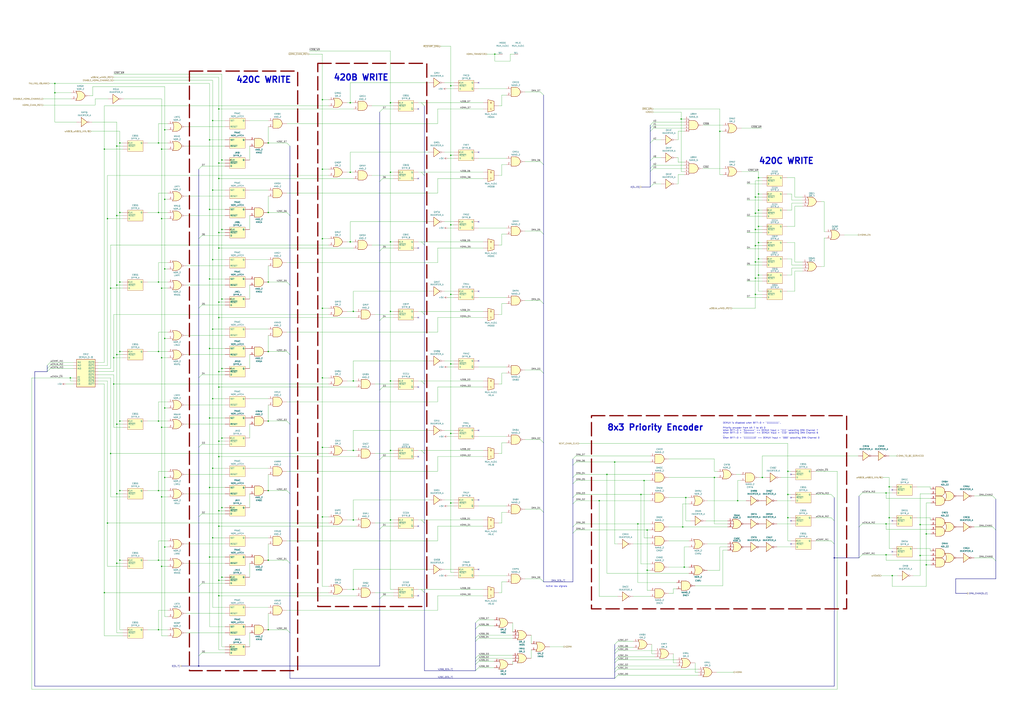
<source format=kicad_sch>
(kicad_sch (version 20230121) (generator eeschema)
  (paper "A1")
  (title_block (title "SNES S-CPU Schematics ") (date "2023-06-14") (rev "0.1") (company "Author: Regis Galland"))
  (junction (at 130.175 231.775))
  (junction (at 591.185 107.95))
  (junction (at 130.175 117.475))
  (junction (at 135.255 392.43))
  (junction (at 287.655 198.755))
  (junction (at 172.085 114.935))
  (junction (at 290.195 484.505))
  (junction (at 130.175 403.225))
  (junction (at 727.71 405.13))
  (junction (at 182.245 131.445))
  (junction (at 320.675 84.455))
  (junction (at 220.345 460.375))
  (junction (at 622.935 159.385))
  (junction (at 95.885 120.015))
  (junction (at 98.425 460.375))
  (junction (at 85.725 487.045))
  (junction (at 559.435 97.79))
  (junction (at 290.195 255.905))
  (junction (at 132.715 408.305))
  (junction (at 264.795 253.365))
  (junction (at 531.495 468.63))
  (junction (at 135.255 278.13))
  (junction (at 220.345 117.475))
  (junction (at 98.425 403.225))
  (junction (at 492.125 411.48))
  (junction (at 622.935 199.39))
  (junction (at 179.705 260.985))
  (junction (at 179.705 362.585))
  (junction (at 174.625 99.06))
  (junction (at 88.265 179.705))
  (junction (at 370.205 127.635))
  (junction (at 560.705 433.07))
  (junction (at 755.65 431.165))
  (junction (at 498.475 389.89))
  (junction (at 264.795 139.065))
  (junction (at 727.71 430.53))
  (junction (at 647.065 387.35))
  (junction (at 172.085 457.835))
  (junction (at 132.715 236.855))
  (junction (at 220.345 403.225))
  (junction (at 264.795 81.915))
  (junction (at 179.705 146.685))
  (junction (at 685.165 458.47))
  (junction (at 220.345 174.625))
  (junction (at 182.245 360.045))
  (junction (at 98.425 231.775))
  (junction (at 182.245 474.345))
  (junction (at 647.065 406.4))
  (junction (at 130.175 346.075))
  (junction (at 174.625 327.66))
  (junction (at 172.085 172.085))
  (junction (at 290.195 370.205))
  (junction (at 586.74 392.43))
  (junction (at 57.785 310.515))
  (junction (at 179.705 203.835))
  (junction (at 220.345 288.925))
  (junction (at 220.345 517.525))
  (junction (at 523.875 430.53))
  (junction (at 647.065 425.45))
  (junction (at 174.625 156.21))
  (junction (at 320.675 427.355))
  (junction (at 370.205 413.385))
  (junction (at 90.805 236.855))
  (junction (at 622.935 212.725))
  (junction (at 320.675 255.905))
  (junction (at 45.085 76.2))
  (junction (at 93.345 294.005))
  (junction (at 622.935 186.055))
  (junction (at 135.255 335.28))
  (junction (at 179.705 432.435))
  (junction (at 98.425 117.475))
  (junction (at 95.885 177.165))
  (junction (at 531.495 435.61))
  (junction (at 98.425 346.075))
  (junction (at 179.705 489.585))
  (junction (at 290.195 313.055))
  (junction (at 179.705 419.735))
  (junction (at 620.395 228.6))
  (junction (at 130.175 288.925))
  (junction (at 179.705 305.435))
  (junction (at 172.085 229.235))
  (junction (at 622.935 146.05))
  (junction (at 130.175 460.375))
  (junction (at 98.425 174.625))
  (junction (at 135.255 163.83))
  (junction (at 179.705 89.535))
  (junction (at 88.265 429.895))
  (junction (at 370.205 184.785))
  (junction (at 182.245 188.595))
  (junction (at 620.395 215.265))
  (junction (at 130.175 174.625))
  (junction (at 179.705 375.285))
  (junction (at 132.715 122.555))
  (junction (at 370.205 241.935))
  (junction (at 179.705 476.885))
  (junction (at 626.11 392.43))
  (junction (at 132.715 179.705))
  (junction (at 90.805 372.745))
  (junction (at 320.675 370.205))
  (junction (at 622.935 172.72))
  (junction (at 182.245 245.745))
  (junction (at 132.715 465.455))
  (junction (at 730.25 400.05))
  (junction (at 172.085 400.685))
  (junction (at 620.395 201.93))
  (junction (at 174.625 384.81))
  (junction (at 370.205 299.085))
  (junction (at 95.885 405.765))
  (junction (at 370.205 70.485))
  (junction (at 172.085 343.535))
  (junction (at 220.345 231.775))
  (junction (at 182.245 417.195))
  (junction (at 561.975 466.09))
  (junction (at 760.73 438.785))
  (junction (at 95.885 234.315))
  (junction (at 320.675 141.605))
  (junction (at 45.085 68.58))
  (junction (at 95.885 348.615))
  (junction (at 130.175 517.525))
  (junction (at 264.795 196.215))
  (junction (at 220.345 346.075))
  (junction (at 179.705 248.285))
  (junction (at 264.795 310.515))
  (junction (at 504.825 379.73))
  (junction (at 174.625 270.51))
  (junction (at 320.675 313.055))
  (junction (at 179.705 133.985))
  (junction (at 95.885 462.915))
  (junction (at 727.71 455.93))
  (junction (at 132.715 351.155))
  (junction (at 174.625 441.96))
  (junction (at 620.395 188.595))
  (junction (at 620.395 161.925))
  (junction (at 163.195 547.37))
  (junction (at 287.655 84.455))
  (junction (at 85.725 122.555))
  (junction (at 98.425 288.925))
  (junction (at 172.085 286.385))
  (junction (at 287.655 141.605))
  (junction (at 528.955 394.97))
  (junction (at 755.65 456.565))
  (junction (at 264.795 424.815))
  (junction (at 605.79 411.48))
  (junction (at 264.795 367.665))
  (junction (at 179.705 191.135))
  (junction (at 370.205 356.235))
  (junction (at 760.73 464.185))
  (junction (at 132.715 294.005))
  (junction (at 563.245 408.94))
  (junction (at 179.705 318.135))
  (junction (at 182.245 302.895))
  (junction (at 622.935 226.06))
  (junction (at 93.345 315.595))
  (junction (at 135.255 220.98))
  (junction (at 290.195 427.355))
  (junction (at 95.885 291.465))
  (junction (at 406.4 44.45))
  (junction (at 620.395 175.26))
  (junction (at 620.395 241.935))
  (junction (at 174.625 213.36))
  (junction (at 732.79 473.075))
  (junction (at 526.415 406.4))
  (junction (at 135.255 449.58))
  (junction (at 135.255 106.68))
  (junction (at 320.675 198.755))
  (junction (at 730.25 425.45))
  (no_connect (at 393.065 467.995))
  (no_connect (at 649.605 427.99))
  (no_connect (at 343.535 318.135))
  (no_connect (at 732.79 427.99))
  (no_connect (at 393.065 239.395))
  (no_connect (at 343.535 260.985))
  (no_connect (at 393.065 182.245))
  (no_connect (at 732.79 453.39))
  (no_connect (at 343.535 375.285))
  (no_connect (at 393.065 410.845))
  (no_connect (at 343.535 146.685))
  (no_connect (at 649.605 408.94))
  (no_connect (at 393.065 353.695))
  (no_connect (at 393.065 67.945))
  (no_connect (at 343.535 89.535))
  (no_connect (at 343.535 203.835))
  (no_connect (at 393.065 125.095))
  (no_connect (at 343.535 489.585))
  (no_connect (at 649.605 447.04))
  (no_connect (at 393.065 296.545))
  (no_connect (at 649.605 389.89))
  (no_connect (at 343.535 432.435))
  (no_connect (at 732.79 402.59))
  (bus_entry (at 443.865 418.465) (size 2.54 2.54))
  (bus_entry (at 473.075 394.97) (size -2.54 2.54))
  (bus_entry (at 165.735 136.525) (size -2.54 2.54))
  (bus_entry (at 314.325 89.535) (size -2.54 2.54))
  (bus_entry (at 393.065 509.27) (size -2.54 2.54))
  (bus_entry (at 443.865 189.865) (size 2.54 2.54))
  (bus_entry (at 815.34 433.07) (size 2.54 2.54))
  (bus_entry (at 536.575 114.935) (size -2.54 2.54))
  (bus_entry (at 682.625 425.45) (size 2.54 2.54))
  (bus_entry (at 507.365 532.13) (size -2.54 2.54))
  (bus_entry (at 346.075 84.455) (size 2.54 2.54))
  (bus_entry (at 41.275 302.895) (size -2.54 2.54))
  (bus_entry (at 346.075 484.505) (size 2.54 2.54))
  (bus_entry (at 536.575 105.41) (size -2.54 2.54))
  (bus_entry (at 165.735 307.975) (size -2.54 2.54))
  (bus_entry (at 41.275 297.815) (size -2.54 2.54))
  (bus_entry (at 235.585 460.375) (size 2.54 2.54))
  (bus_entry (at 708.025 455.93) (size -2.54 2.54))
  (bus_entry (at 815.34 407.67) (size 2.54 2.54))
  (bus_entry (at 393.065 541.02) (size -2.54 2.54))
  (bus_entry (at 473.075 411.48) (size -2.54 2.54))
  (bus_entry (at 473.075 389.89) (size -2.54 2.54))
  (bus_entry (at 536.575 100.33) (size -2.54 2.54))
  (bus_entry (at 393.065 543.56) (size -2.54 2.54))
  (bus_entry (at 393.065 524.51) (size -2.54 2.54))
  (bus_entry (at 473.075 430.53) (size -2.54 2.54))
  (bus_entry (at 443.865 247.015) (size 2.54 2.54))
  (bus_entry (at 443.865 361.315) (size 2.54 2.54))
  (bus_entry (at 235.585 517.525) (size 2.54 2.54))
  (bus_entry (at 165.735 536.575) (size -2.54 2.54))
  (bus_entry (at 314.325 146.685) (size -2.54 2.54))
  (bus_entry (at 393.065 514.35) (size -2.54 2.54))
  (bus_entry (at 536.575 129.54) (size -2.54 2.54))
  (bus_entry (at 165.735 479.425) (size -2.54 2.54))
  (bus_entry (at 507.365 547.37) (size -2.54 2.54))
  (bus_entry (at 393.065 521.97) (size -2.54 2.54))
  (bus_entry (at 473.075 379.73) (size -2.54 2.54))
  (bus_entry (at 314.325 203.835) (size -2.54 2.54))
  (bus_entry (at 473.075 406.4) (size -2.54 2.54))
  (bus_entry (at 314.325 260.985) (size -2.54 2.54))
  (bus_entry (at 507.365 539.75) (size -2.54 2.54))
  (bus_entry (at 708.025 405.13) (size -2.54 2.54))
  (bus_entry (at 507.365 542.29) (size -2.54 2.54))
  (bus_entry (at 235.585 117.475) (size 2.54 2.54))
  (bus_entry (at 314.325 489.585) (size -2.54 2.54))
  (bus_entry (at 536.575 102.87) (size -2.54 2.54))
  (bus_entry (at 314.325 318.135) (size -2.54 2.54))
  (bus_entry (at 314.325 432.435) (size -2.54 2.54))
  (bus_entry (at 536.575 138.43) (size -2.54 2.54))
  (bus_entry (at 443.865 75.565) (size 2.54 2.54))
  (bus_entry (at 346.075 313.055) (size 2.54 2.54))
  (bus_entry (at 473.075 374.65) (size -2.54 2.54))
  (bus_entry (at 507.365 554.99) (size -2.54 2.54))
  (bus_entry (at 815.34 458.47) (size 2.54 2.54))
  (bus_entry (at 235.585 174.625) (size 2.54 2.54))
  (bus_entry (at 443.865 304.165) (size 2.54 2.54))
  (bus_entry (at 507.365 534.67) (size -2.54 2.54))
  (bus_entry (at 682.625 406.4) (size 2.54 2.54))
  (bus_entry (at 536.575 135.89) (size -2.54 2.54))
  (bus_entry (at 346.075 427.355) (size 2.54 2.54))
  (bus_entry (at 443.865 132.715) (size 2.54 2.54))
  (bus_entry (at 165.735 365.125) (size -2.54 2.54))
  (bus_entry (at 235.585 403.225) (size 2.54 2.54))
  (bus_entry (at 682.625 444.5) (size 2.54 2.54))
  (bus_entry (at 235.585 288.925) (size 2.54 2.54))
  (bus_entry (at 393.065 548.64) (size -2.54 2.54))
  (bus_entry (at 165.735 193.675) (size -2.54 2.54))
  (bus_entry (at 346.075 198.755) (size 2.54 2.54))
  (bus_entry (at 708.025 430.53) (size -2.54 2.54))
  (bus_entry (at 41.275 300.355) (size -2.54 2.54))
  (bus_entry (at 165.735 250.825) (size -2.54 2.54))
  (bus_entry (at 443.865 475.615) (size 2.54 2.54))
  (bus_entry (at 473.075 435.61) (size -2.54 2.54))
  (bus_entry (at 165.735 422.275) (size -2.54 2.54))
  (bus_entry (at 314.325 375.285) (size -2.54 2.54))
  (bus_entry (at 346.075 255.905) (size 2.54 2.54))
  (bus_entry (at 235.585 231.775) (size 2.54 2.54))
  (bus_entry (at 507.365 527.05) (size -2.54 2.54))
  (bus_entry (at 393.065 538.48) (size -2.54 2.54))
  (bus_entry (at 507.365 549.91) (size -2.54 2.54))
  (bus_entry (at 346.075 370.205) (size 2.54 2.54))
  (bus_entry (at 235.585 346.075) (size 2.54 2.54))
  (bus_entry (at 536.575 151.13) (size -2.54 2.54))
  (bus_entry (at 346.075 141.605) (size 2.54 2.54))
  (wire (pts (xy 507.365 547.37) (xy 555.625 547.37)))
  (wire (pts (xy 361.95 38.1) (xy 370.205 38.1)))
  (wire (pts (xy 591.185 107.95) (xy 591.185 143.51)))
  (wire (pts (xy 235.585 346.075) (xy 220.345 346.075)))
  (wire (pts (xy 314.325 375.285) (xy 323.215 375.285)))
  (bus (pts (xy 238.125 557.53) (xy 504.825 557.53)))
  (wire (pts (xy 556.895 151.13) (xy 556.895 143.51)))
  (wire (pts (xy 235.585 517.525) (xy 220.345 517.525)))
  (wire (pts (xy 179.705 260.985) (xy 292.735 260.985)))
  (wire (pts (xy 264.795 253.365) (xy 269.875 253.365)))
  (wire (pts (xy 421.005 541.02) (xy 393.065 541.02)))
  (wire (pts (xy 620.395 228.6) (xy 626.11 228.6)))
  (wire (pts (xy 130.175 288.925) (xy 137.795 288.925)))
  (wire (pts (xy 638.175 449.58) (xy 649.605 449.58)))
  (wire (pts (xy 172.085 457.835) (xy 172.085 400.685)))
  (wire (pts (xy 412.115 135.255) (xy 412.115 144.145)))
  (wire (pts (xy 135.255 335.28) (xy 137.795 335.28)))
  (wire (pts (xy 755.65 473.075) (xy 749.935 473.075)))
  (wire (pts (xy 153.035 218.44) (xy 184.785 218.44)))
  (bus (pts (xy 685.165 447.04) (xy 685.165 458.47)))
  (wire (pts (xy 179.705 318.135) (xy 179.705 362.585)))
  (wire (pts (xy 205.105 348.615) (xy 205.105 360.045)))
  (wire (pts (xy 95.885 177.165) (xy 95.885 234.315)))
  (wire (pts (xy 323.215 370.205) (xy 320.675 370.205)))
  (wire (pts (xy 320.675 255.905) (xy 320.675 313.055)))
  (wire (pts (xy 620.395 148.59) (xy 626.11 148.59)))
  (wire (pts (xy 130.175 460.375) (xy 137.795 460.375)))
  (bus (pts (xy 504.825 529.59) (xy 504.825 534.67)))
  (bus (pts (xy 38.735 302.895) (xy 38.735 305.435)))
  (wire (pts (xy 573.405 554.99) (xy 507.365 554.99)))
  (wire (pts (xy 570.865 552.45) (xy 573.405 552.45)))
  (wire (pts (xy 536.575 135.89) (xy 561.975 135.89)))
  (wire (pts (xy 370.205 299.085) (xy 370.205 356.235)))
  (wire (pts (xy 365.125 67.945) (xy 372.745 67.945)))
  (wire (pts (xy 504.825 379.73) (xy 534.035 379.73)))
  (wire (pts (xy 74.93 107.95) (xy 98.425 107.95)))
  (wire (pts (xy 264.795 481.965) (xy 269.875 481.965)))
  (wire (pts (xy 365.125 353.695) (xy 372.745 353.695)))
  (wire (pts (xy 565.785 466.09) (xy 561.975 466.09)))
  (wire (pts (xy 98.425 117.475) (xy 100.965 117.475)))
  (wire (pts (xy 95.885 348.615) (xy 95.885 405.765)))
  (wire (pts (xy 622.935 226.06) (xy 622.935 239.395)))
  (wire (pts (xy 314.325 260.985) (xy 323.215 260.985)))
  (wire (pts (xy 620.395 215.265) (xy 620.395 201.93)))
  (wire (pts (xy 305.435 144.145) (xy 323.215 144.145)))
  (wire (pts (xy 132.715 294.005) (xy 132.715 351.155)))
  (wire (pts (xy 153.035 161.29) (xy 184.785 161.29)))
  (wire (pts (xy 372.745 127.635) (xy 370.205 127.635)))
  (wire (pts (xy 436.245 534.035) (xy 436.245 541.02)))
  (wire (pts (xy 760.73 464.185) (xy 760.73 481.965)))
  (wire (pts (xy 57.785 313.055) (xy 57.785 310.515)))
  (wire (pts (xy 800.1 458.47) (xy 815.34 458.47)))
  (wire (pts (xy 235.585 273.05) (xy 359.41 273.05)))
  (bus (pts (xy 311.785 263.525) (xy 311.785 320.675)))
  (wire (pts (xy 763.905 400.05) (xy 753.11 400.05)))
  (wire (pts (xy 135.255 449.58) (xy 135.255 506.73)))
  (wire (pts (xy 622.935 186.055) (xy 622.935 199.39)))
  (bus (pts (xy 534.035 132.08) (xy 534.035 138.43)))
  (wire (pts (xy 553.085 483.87) (xy 555.625 483.87)))
  (wire (pts (xy 85.725 315.595) (xy 85.725 487.045)))
  (wire (pts (xy 165.735 307.975) (xy 184.785 307.975)))
  (wire (pts (xy 597.535 427.99) (xy 579.755 427.99)))
  (wire (pts (xy 588.645 552.45) (xy 602.615 552.45)))
  (wire (pts (xy 137.795 215.9) (xy 130.175 215.9)))
  (wire (pts (xy 95.885 234.315) (xy 100.965 234.315)))
  (wire (pts (xy 264.795 196.215) (xy 269.875 196.215)))
  (wire (pts (xy 287.655 182.245) (xy 352.425 182.245)))
  (wire (pts (xy 359.41 101.6) (xy 359.41 89.535)))
  (wire (pts (xy 179.705 133.985) (xy 179.705 146.685)))
  (wire (pts (xy 625.475 105.41) (xy 608.965 105.41)))
  (wire (pts (xy 320.675 84.455) (xy 320.675 141.605)))
  (wire (pts (xy 88.265 429.895) (xy 269.875 429.895)))
  (wire (pts (xy 755.65 473.075) (xy 755.65 456.565)))
  (wire (pts (xy 620.395 175.26) (xy 626.11 175.26)))
  (wire (pts (xy 536.575 129.54) (xy 542.925 129.54)))
  (bus (pts (xy 311.785 206.375) (xy 311.785 263.525)))
  (wire (pts (xy 307.975 258.445) (xy 323.215 258.445)))
  (wire (pts (xy 287.655 67.945) (xy 352.425 67.945)))
  (wire (pts (xy 179.705 362.585) (xy 179.705 375.285)))
  (wire (pts (xy 626.11 159.385) (xy 622.935 159.385)))
  (wire (pts (xy 90.805 201.295) (xy 269.875 201.295)))
  (wire (pts (xy 727.71 455.93) (xy 732.79 455.93)))
  (wire (pts (xy 652.78 215.265) (xy 659.13 215.265)))
  (bus (pts (xy 238.125 348.615) (xy 238.125 405.765)))
  (wire (pts (xy 431.165 304.165) (xy 443.865 304.165)))
  (wire (pts (xy 184.785 156.21) (xy 174.625 156.21)))
  (wire (pts (xy 80.645 305.435) (xy 93.345 305.435)))
  (wire (pts (xy 264.795 44.45) (xy 264.795 81.915)))
  (wire (pts (xy 708.025 405.13) (xy 727.71 405.13)))
  (wire (pts (xy 591.185 107.95) (xy 591.185 89.535)))
  (wire (pts (xy 137.795 387.35) (xy 130.175 387.35)))
  (wire (pts (xy 669.925 406.4) (xy 682.625 406.4)))
  (wire (pts (xy 412.115 478.155) (xy 412.115 487.045)))
  (bus (pts (xy 163.195 310.515) (xy 163.195 367.665)))
  (wire (pts (xy 60.325 302.895) (xy 41.275 302.895)))
  (wire (pts (xy 235.585 117.475) (xy 220.345 117.475)))
  (wire (pts (xy 264.795 367.665) (xy 264.795 424.815)))
  (wire (pts (xy 285.115 427.355) (xy 290.195 427.355)))
  (wire (pts (xy 504.825 379.73) (xy 504.825 447.04)))
  (wire (pts (xy 41.275 300.355) (xy 60.325 300.355)))
  (bus (pts (xy 446.405 249.555) (xy 446.405 306.705)))
  (wire (pts (xy 80.645 315.595) (xy 85.725 315.595)))
  (bus (pts (xy 705.485 433.07) (xy 705.485 458.47)))
  (bus (pts (xy 504.825 544.83) (xy 504.825 549.91)))
  (wire (pts (xy 393.065 473.075) (xy 415.925 473.075)))
  (wire (pts (xy 184.785 172.085) (xy 172.085 172.085)))
  (wire (pts (xy 132.715 465.455) (xy 132.715 522.605)))
  (wire (pts (xy 536.575 138.43) (xy 561.975 138.43)))
  (wire (pts (xy 359.41 444.5) (xy 359.41 432.435)))
  (wire (pts (xy 523.875 430.53) (xy 534.035 430.53)))
  (wire (pts (xy 90.805 372.745) (xy 269.875 372.745)))
  (wire (pts (xy 669.925 444.5) (xy 682.625 444.5)))
  (wire (pts (xy 323.215 255.905) (xy 320.675 255.905)))
  (wire (pts (xy 93.345 60.96) (xy 182.245 60.96)))
  (wire (pts (xy 531.495 468.63) (xy 531.495 485.14)))
  (wire (pts (xy 132.715 351.155) (xy 132.715 408.305)))
  (wire (pts (xy 264.795 310.515) (xy 264.795 367.665)))
  (wire (pts (xy 412.115 249.555) (xy 415.925 249.555)))
  (wire (pts (xy 730.25 400.05) (xy 730.25 425.45)))
  (bus (pts (xy 238.125 405.765) (xy 238.125 462.915)))
  (wire (pts (xy 760.73 413.385) (xy 760.73 438.785)))
  (wire (pts (xy 174.625 384.81) (xy 174.625 441.96)))
  (wire (pts (xy 346.075 198.755) (xy 396.875 198.755)))
  (wire (pts (xy 727.71 455.93) (xy 727.71 460.375)))
  (wire (pts (xy 436.245 528.955) (xy 436.245 521.97)))
  (wire (pts (xy 570.865 544.83) (xy 570.865 552.45)))
  (wire (pts (xy 80.645 302.895) (xy 90.805 302.895)))
  (wire (pts (xy 135.255 278.13) (xy 137.795 278.13)))
  (bus (pts (xy 348.615 86.995) (xy 348.615 144.145)))
  (wire (pts (xy 393.065 415.925) (xy 415.925 415.925)))
  (wire (pts (xy 285.115 84.455) (xy 287.655 84.455)))
  (wire (pts (xy 179.705 305.435) (xy 179.705 318.135)))
  (wire (pts (xy 132.715 236.855) (xy 132.715 294.005)))
  (wire (pts (xy 431.165 247.015) (xy 443.865 247.015)))
  (wire (pts (xy 370.205 127.635) (xy 370.205 184.785)))
  (wire (pts (xy 708.025 455.93) (xy 727.71 455.93)))
  (wire (pts (xy 135.255 106.68) (xy 135.255 71.12)))
  (wire (pts (xy 130.175 101.6) (xy 130.175 117.475)))
  (wire (pts (xy 419.1 50.165) (xy 406.4 50.165)))
  (wire (pts (xy 498.475 389.89) (xy 534.035 389.89)))
  (wire (pts (xy 622.935 199.39) (xy 622.935 212.725)))
  (wire (pts (xy 620.395 201.93) (xy 626.11 201.93)))
  (wire (pts (xy 412.115 258.445) (xy 409.575 258.445)))
  (wire (pts (xy 45.085 76.2) (xy 45.085 100.33)))
  (bus (pts (xy 504.825 534.67) (xy 504.825 537.21)))
  (wire (pts (xy 421.005 519.43) (xy 421.005 511.81)))
  (wire (pts (xy 346.075 84.455) (xy 396.875 84.455)))
  (wire (pts (xy 90.805 310.515) (xy 90.805 372.745)))
  (wire (pts (xy 367.665 473.075) (xy 372.745 473.075)))
  (wire (pts (xy 130.175 330.2) (xy 130.175 346.075)))
  (wire (pts (xy 419.1 44.45) (xy 419.1 50.165)))
  (wire (pts (xy 205.105 156.21) (xy 220.345 156.21)))
  (wire (pts (xy 732.79 450.85) (xy 730.25 450.85)))
  (wire (pts (xy 649.605 444.5) (xy 647.065 444.5)))
  (wire (pts (xy 205.105 405.765) (xy 205.105 417.195)))
  (wire (pts (xy 367.665 301.625) (xy 372.745 301.625)))
  (wire (pts (xy 137.795 273.05) (xy 130.175 273.05)))
  (wire (pts (xy 531.495 468.63) (xy 534.035 468.63)))
  (wire (pts (xy 292.735 313.055) (xy 290.195 313.055)))
  (wire (pts (xy 179.705 476.885) (xy 184.785 476.885)))
  (wire (pts (xy 58.42 76.2) (xy 45.085 76.2)))
  (wire (pts (xy 626.11 172.72) (xy 622.935 172.72)))
  (wire (pts (xy 556.895 107.95) (xy 561.975 107.95)))
  (wire (pts (xy 393.065 543.56) (xy 405.765 543.56)))
  (bus (pts (xy 348.615 144.145) (xy 348.615 201.295)))
  (wire (pts (xy 320.675 313.055) (xy 320.675 370.205)))
  (wire (pts (xy 764.54 413.385) (xy 760.73 413.385)))
  (wire (pts (xy 473.075 435.61) (xy 531.495 435.61)))
  (bus (pts (xy 446.405 421.005) (xy 446.405 478.155)))
  (wire (pts (xy 88.265 179.705) (xy 88.265 144.145)))
  (wire (pts (xy 95.885 348.615) (xy 100.965 348.615)))
  (wire (pts (xy 182.245 302.895) (xy 182.245 360.045)))
  (wire (pts (xy 586.74 392.43) (xy 586.74 430.53)))
  (wire (pts (xy 406.4 44.45) (xy 409.575 44.45)))
  (wire (pts (xy 95.885 291.465) (xy 95.885 348.615)))
  (wire (pts (xy 613.41 217.805) (xy 626.11 217.805)))
  (wire (pts (xy 172.085 400.685) (xy 172.085 343.535)))
  (wire (pts (xy 95.885 405.765) (xy 95.885 462.915)))
  (bus (pts (xy 28.575 563.88) (xy 685.165 563.88)))
  (bus (pts (xy 705.485 407.67) (xy 705.485 433.07)))
  (wire (pts (xy 649.605 387.35) (xy 647.065 387.35)))
  (wire (pts (xy 622.935 146.05) (xy 626.11 146.05)))
  (wire (pts (xy 153.035 332.74) (xy 184.785 332.74)))
  (wire (pts (xy 507.365 490.22) (xy 492.125 490.22)))
  (wire (pts (xy 605.79 411.48) (xy 612.775 411.48)))
  (wire (pts (xy 359.41 203.835) (xy 396.875 203.835)))
  (wire (pts (xy 549.275 444.5) (xy 565.785 444.5)))
  (wire (pts (xy 626.11 392.43) (xy 623.57 392.43)))
  (wire (pts (xy 235.585 174.625) (xy 220.345 174.625)))
  (wire (pts (xy 80.645 297.815) (xy 85.725 297.815)))
  (wire (pts (xy 314.325 146.685) (xy 323.215 146.685)))
  (wire (pts (xy 205.105 327.66) (xy 220.345 327.66)))
  (wire (pts (xy 290.195 484.505) (xy 290.195 467.995)))
  (wire (pts (xy 343.535 484.505) (xy 346.075 484.505)))
  (wire (pts (xy 412.115 478.155) (xy 415.925 478.155)))
  (bus (pts (xy 348.615 372.745) (xy 348.615 429.895)))
  (wire (pts (xy 652.78 222.885) (xy 659.13 222.885)))
  (bus (pts (xy 390.525 516.89) (xy 390.525 524.51)))
  (wire (pts (xy 153.035 504.19) (xy 184.785 504.19)))
  (wire (pts (xy 421.005 538.48) (xy 393.065 538.48)))
  (wire (pts (xy 343.535 84.455) (xy 346.075 84.455)))
  (wire (pts (xy 220.345 389.89) (xy 220.345 403.225)))
  (wire (pts (xy 88.265 179.705) (xy 88.265 300.355)))
  (wire (pts (xy 563.245 427.99) (xy 563.245 408.94)))
  (wire (pts (xy 98.425 231.775) (xy 98.425 288.925)))
  (wire (pts (xy 320.675 370.205) (xy 320.675 427.355)))
  (wire (pts (xy 98.425 346.075) (xy 98.425 403.225)))
  (bus (pts (xy 470.535 377.19) (xy 470.535 382.27)))
  (wire (pts (xy 652.78 146.05) (xy 652.78 161.925)))
  (wire (pts (xy 287.655 84.455) (xy 287.655 67.945)))
  (wire (pts (xy 577.215 102.87) (xy 593.725 102.87)))
  (wire (pts (xy 755.65 431.165) (xy 755.65 456.565)))
  (wire (pts (xy 415.925 135.255) (xy 412.115 135.255)))
  (wire (pts (xy 205.105 291.465) (xy 205.105 302.895)))
  (wire (pts (xy 135.255 106.68) (xy 135.255 163.83)))
  (wire (pts (xy 179.705 362.585) (xy 184.785 362.585)))
  (wire (pts (xy 80.645 307.975) (xy 93.345 307.975)))
  (wire (pts (xy 153.035 348.615) (xy 184.785 348.615)))
  (bus (pts (xy 390.525 524.51) (xy 390.525 527.05)))
  (bus (pts (xy 28.575 305.435) (xy 28.575 563.88)))
  (wire (pts (xy 730.25 425.45) (xy 730.25 450.85)))
  (wire (pts (xy 597.535 433.07) (xy 560.705 433.07)))
  (wire (pts (xy 367.665 415.925) (xy 372.745 415.925)))
  (wire (pts (xy 290.195 410.845) (xy 352.425 410.845)))
  (wire (pts (xy 132.715 408.305) (xy 132.715 465.455)))
  (wire (pts (xy 26.035 310.515) (xy 57.785 310.515)))
  (bus (pts (xy 817.88 410.21) (xy 817.88 435.61)))
  (wire (pts (xy 520.065 532.13) (xy 507.365 532.13)))
  (wire (pts (xy 647.065 406.4) (xy 647.065 387.35)))
  (wire (pts (xy 608.33 394.97) (xy 605.79 394.97)))
  (wire (pts (xy 763.905 401.955) (xy 763.905 400.05)))
  (wire (pts (xy 95.885 120.015) (xy 95.885 100.33)))
  (wire (pts (xy 121.285 288.925) (xy 130.175 288.925)))
  (wire (pts (xy 498.475 389.89) (xy 498.475 471.17)))
  (wire (pts (xy 26.035 566.42) (xy 26.035 310.515)))
  (wire (pts (xy 764.54 456.565) (xy 755.65 456.565)))
  (bus (pts (xy 238.125 462.915) (xy 238.125 520.065)))
  (bus (pts (xy 534.035 140.97) (xy 534.035 153.67)))
  (wire (pts (xy 581.025 447.04) (xy 597.535 447.04)))
  (wire (pts (xy 608.33 389.89) (xy 604.52 389.89)))
  (wire (pts (xy 98.425 231.775) (xy 100.965 231.775)))
  (wire (pts (xy 90.805 236.855) (xy 100.965 236.855)))
  (wire (pts (xy 613.41 177.8) (xy 626.11 177.8)))
  (wire (pts (xy 90.805 302.895) (xy 90.805 236.855)))
  (wire (pts (xy 132.715 179.705) (xy 132.715 236.855)))
  (wire (pts (xy 285.115 484.505) (xy 290.195 484.505)))
  (wire (pts (xy 132.715 81.28) (xy 132.715 122.555)))
  (wire (pts (xy 421.005 521.97) (xy 393.065 521.97)))
  (wire (pts (xy 314.325 318.135) (xy 323.215 318.135)))
  (wire (pts (xy 41.275 297.815) (xy 60.325 297.815)))
  (wire (pts (xy 132.715 122.555) (xy 137.795 122.555)))
  (wire (pts (xy 346.075 427.355) (xy 396.875 427.355)))
  (wire (pts (xy 93.345 315.595) (xy 93.345 351.155)))
  (wire (pts (xy 561.975 140.97) (xy 559.435 140.97)))
  (wire (pts (xy 174.625 327.66) (xy 174.625 384.81)))
  (wire (pts (xy 535.305 537.21) (xy 535.305 529.59)))
  (wire (pts (xy 130.175 231.775) (xy 137.795 231.775)))
  (wire (pts (xy 264.795 310.515) (xy 269.875 310.515)))
  (wire (pts (xy 412.115 78.105) (xy 415.925 78.105)))
  (wire (pts (xy 132.715 465.455) (xy 137.795 465.455)))
  (wire (pts (xy 182.245 245.745) (xy 182.245 302.895)))
  (wire (pts (xy 292.735 370.205) (xy 290.195 370.205)))
  (wire (pts (xy 622.935 172.72) (xy 622.935 186.055)))
  (wire (pts (xy 184.785 474.345) (xy 182.245 474.345)))
  (wire (pts (xy 235.585 403.225) (xy 220.345 403.225)))
  (wire (pts (xy 153.035 291.465) (xy 184.785 291.465)))
  (wire (pts (xy 536.575 151.13) (xy 542.925 151.13)))
  (wire (pts (xy 121.285 117.475) (xy 130.175 117.475)))
  (wire (pts (xy 586.74 387.35) (xy 589.28 387.35)))
  (wire (pts (xy 359.41 501.65) (xy 359.41 489.585)))
  (wire (pts (xy 45.085 68.58) (xy 45.085 76.2)))
  (wire (pts (xy 205.105 213.36) (xy 220.345 213.36)))
  (bus (pts (xy 504.825 542.29) (xy 504.825 544.83)))
  (wire (pts (xy 556.895 143.51) (xy 561.975 143.51)))
  (wire (pts (xy 605.79 394.97) (xy 605.79 411.48)))
  (wire (pts (xy 370.205 356.235) (xy 370.205 413.385)))
  (wire (pts (xy 88.265 179.705) (xy 100.965 179.705)))
  (wire (pts (xy 343.535 370.205) (xy 346.075 370.205)))
  (wire (pts (xy 184.785 286.385) (xy 172.085 286.385)))
  (wire (pts (xy 179.705 419.735) (xy 179.705 432.435)))
  (wire (pts (xy 90.805 236.855) (xy 90.805 201.295)))
  (wire (pts (xy 393.065 73.025) (xy 415.925 73.025)))
  (wire (pts (xy 359.41 89.535) (xy 396.875 89.535)))
  (wire (pts (xy 165.735 422.275) (xy 184.785 422.275)))
  (wire (pts (xy 290.195 84.455) (xy 287.655 84.455)))
  (wire (pts (xy 473.075 406.4) (xy 526.415 406.4)))
  (wire (pts (xy 179.705 89.535) (xy 179.705 133.985)))
  (wire (pts (xy 135.255 220.98) (xy 137.795 220.98)))
  (wire (pts (xy 559.435 97.79) (xy 559.435 140.97)))
  (wire (pts (xy 359.41 387.35) (xy 359.41 375.285)))
  (wire (pts (xy 93.345 258.445) (xy 93.345 294.005)))
  (bus (pts (xy 163.195 547.37) (xy 311.785 547.37)))
  (wire (pts (xy 85.725 122.555) (xy 85.725 86.995)))
  (wire (pts (xy 412.115 421.005) (xy 412.115 429.895)))
  (wire (pts (xy 205.105 384.81) (xy 220.345 384.81)))
  (wire (pts (xy 586.74 430.53) (xy 597.535 430.53)))
  (wire (pts (xy 536.575 89.535) (xy 591.185 89.535)))
  (wire (pts (xy 591.185 449.58) (xy 591.185 468.63)))
  (wire (pts (xy 179.705 191.135) (xy 184.785 191.135)))
  (wire (pts (xy 649.605 406.4) (xy 647.065 406.4)))
  (wire (pts (xy 235.585 501.65) (xy 359.41 501.65)))
  (wire (pts (xy 235.585 288.925) (xy 220.345 288.925)))
  (wire (pts (xy 121.285 517.525) (xy 130.175 517.525)))
  (wire (pts (xy 153.035 389.89) (xy 184.785 389.89)))
  (wire (pts (xy 179.705 191.135) (xy 179.705 203.835)))
  (bus (pts (xy 470.535 414.02) (xy 470.535 433.07)))
  (wire (pts (xy 290.195 313.055) (xy 290.195 296.545)))
  (bus (pts (xy 163.195 196.215) (xy 163.195 253.365)))
  (wire (pts (xy 593.725 138.43) (xy 577.215 138.43)))
  (wire (pts (xy 307.975 429.895) (xy 323.215 429.895)))
  (wire (pts (xy 359.41 318.135) (xy 396.875 318.135)))
  (wire (pts (xy 647.065 364.49) (xy 647.065 387.35)))
  (wire (pts (xy 130.175 174.625) (xy 137.795 174.625)))
  (wire (pts (xy 98.425 174.625) (xy 100.965 174.625)))
  (wire (pts (xy 764.54 431.165) (xy 755.65 431.165)))
  (wire (pts (xy 153.035 275.59) (xy 184.785 275.59)))
  (wire (pts (xy 172.085 286.385) (xy 172.085 229.235)))
  (wire (pts (xy 184.785 441.96) (xy 174.625 441.96)))
  (wire (pts (xy 100.965 408.305) (xy 90.805 408.305)))
  (wire (pts (xy 254 44.45) (xy 264.795 44.45)))
  (wire (pts (xy 130.175 387.35) (xy 130.175 403.225)))
  (wire (pts (xy 346.075 370.205) (xy 396.875 370.205)))
  (wire (pts (xy 184.785 531.495) (xy 182.245 531.495)))
  (bus (pts (xy 527.05 153.67) (xy 534.035 153.67)))
  (wire (pts (xy 406.4 50.165) (xy 406.4 44.45)))
  (wire (pts (xy 184.785 400.685) (xy 172.085 400.685)))
  (bus (pts (xy 817.88 461.01) (xy 817.88 475.615)))
  (wire (pts (xy 760.73 481.965) (xy 732.79 481.965)))
  (wire (pts (xy 130.175 117.475) (xy 137.795 117.475)))
  (wire (pts (xy 492.125 411.48) (xy 534.035 411.48)))
  (wire (pts (xy 290.195 370.205) (xy 290.195 353.695)))
  (bus (pts (xy 446.405 363.855) (xy 446.405 421.005)))
  (wire (pts (xy 135.255 335.28) (xy 135.255 392.43)))
  (wire (pts (xy 290.195 296.545) (xy 352.425 296.545)))
  (wire (pts (xy 760.73 438.785) (xy 760.73 464.185)))
  (wire (pts (xy 137.795 330.2) (xy 130.175 330.2)))
  (wire (pts (xy 523.875 478.79) (xy 555.625 478.79)))
  (wire (pts (xy 560.705 414.02) (xy 560.705 433.07)))
  (wire (pts (xy 431.165 75.565) (xy 443.865 75.565)))
  (wire (pts (xy 676.91 195.58) (xy 678.18 195.58)))
  (wire (pts (xy 205.105 99.06) (xy 220.345 99.06)))
  (wire (pts (xy 179.705 260.985) (xy 179.705 305.435)))
  (bus (pts (xy 163.195 539.115) (xy 163.195 547.37)))
  (wire (pts (xy 235.585 460.375) (xy 220.345 460.375)))
  (wire (pts (xy 763.905 450.85) (xy 753.11 450.85)))
  (wire (pts (xy 727.71 409.575) (xy 764.54 409.575)))
  (wire (pts (xy 409.575 315.595) (xy 412.115 315.595)))
  (wire (pts (xy 367.665 358.775) (xy 372.745 358.775)))
  (wire (pts (xy 431.165 132.715) (xy 443.865 132.715)))
  (wire (pts (xy 179.705 203.835) (xy 179.705 248.285)))
  (wire (pts (xy 531.495 435.61) (xy 534.035 435.61)))
  (wire (pts (xy 412.115 487.045) (xy 409.575 487.045)))
  (wire (pts (xy 372.745 413.385) (xy 370.205 413.385)))
  (wire (pts (xy 650.24 220.345) (xy 650.24 226.06)))
  (wire (pts (xy 412.115 201.295) (xy 409.575 201.295)))
  (wire (pts (xy 130.175 501.65) (xy 130.175 517.525)))
  (wire (pts (xy 314.325 489.585) (xy 323.215 489.585)))
  (wire (pts (xy 98.425 288.925) (xy 100.965 288.925)))
  (wire (pts (xy 553.085 544.83) (xy 555.625 544.83)))
  (wire (pts (xy 220.345 504.19) (xy 220.345 517.525)))
  (wire (pts (xy 205.105 234.315) (xy 205.105 245.745)))
  (wire (pts (xy 179.705 318.135) (xy 292.735 318.135)))
  (wire (pts (xy 85.725 122.555) (xy 85.725 297.815)))
  (bus (pts (xy 311.785 92.075) (xy 311.785 149.225)))
  (wire (pts (xy 182.245 188.595) (xy 182.245 245.745)))
  (wire (pts (xy 620.395 161.925) (xy 620.395 148.59)))
  (wire (pts (xy 400.05 44.45) (xy 406.4 44.45)))
  (wire (pts (xy 179.705 419.735) (xy 184.785 419.735)))
  (wire (pts (xy 553.085 483.87) (xy 553.085 487.68)))
  (wire (pts (xy 725.17 392.43) (xy 730.25 392.43)))
  (wire (pts (xy 613.41 151.13) (xy 626.11 151.13)))
  (wire (pts (xy 415.925 192.405) (xy 412.115 192.405)))
  (wire (pts (xy 235.585 330.2) (xy 359.41 330.2)))
  (wire (pts (xy 235.585 444.5) (xy 359.41 444.5)))
  (wire (pts (xy 370.205 184.785) (xy 372.745 184.785)))
  (wire (pts (xy 78.105 81.28) (xy 78.105 86.36)))
  (wire (pts (xy 646.43 186.055) (xy 652.78 186.055)))
  (wire (pts (xy 593.725 452.12) (xy 597.535 452.12)))
  (wire (pts (xy 184.785 131.445) (xy 182.245 131.445)))
  (wire (pts (xy 687.705 387.35) (xy 687.705 566.42)))
  (wire (pts (xy 76.2 78.74) (xy 73.66 78.74)))
  (wire (pts (xy 412.115 363.855) (xy 412.115 372.745)))
  (wire (pts (xy 687.705 566.42) (xy 26.035 566.42)))
  (wire (pts (xy 650.24 164.465) (xy 650.24 159.385)))
  (wire (pts (xy 365.125 467.995) (xy 372.745 467.995)))
  (wire (pts (xy 620.395 228.6) (xy 620.395 215.265)))
  (wire (pts (xy 179.705 248.285) (xy 184.785 248.285)))
  (wire (pts (xy 727.71 434.975) (xy 727.71 430.53)))
  (wire (pts (xy 520.065 447.04) (xy 534.035 447.04)))
  (wire (pts (xy 174.625 99.06) (xy 184.785 99.06)))
  (wire (pts (xy 431.165 189.865) (xy 443.865 189.865)))
  (wire (pts (xy 556.895 129.54) (xy 555.625 129.54)))
  (wire (pts (xy 570.865 481.33) (xy 593.725 481.33)))
  (bus (pts (xy 390.525 511.81) (xy 390.525 516.89)))
  (wire (pts (xy 638.175 411.48) (xy 649.605 411.48)))
  (wire (pts (xy 172.085 114.935) (xy 172.085 172.085)))
  (wire (pts (xy 732.79 400.05) (xy 730.25 400.05)))
  (bus (pts (xy 348.615 201.295) (xy 348.615 258.445)))
  (wire (pts (xy 422.275 44.45) (xy 419.1 44.45)))
  (wire (pts (xy 88.265 429.895) (xy 88.265 465.455)))
  (wire (pts (xy 613.41 231.14) (xy 626.11 231.14)))
  (wire (pts (xy 626.11 186.055) (xy 622.935 186.055)))
  (wire (pts (xy 372.745 70.485) (xy 370.205 70.485)))
  (wire (pts (xy 184.785 302.895) (xy 182.245 302.895)))
  (wire (pts (xy 359.41 260.985) (xy 396.875 260.985)))
  (wire (pts (xy 393.065 509.27) (xy 405.765 509.27)))
  (bus (pts (xy 685.165 458.47) (xy 705.485 458.47)))
  (wire (pts (xy 182.245 131.445) (xy 182.245 188.595)))
  (wire (pts (xy 60.325 315.595) (xy 53.975 315.595)))
  (wire (pts (xy 676.91 190.5) (xy 676.91 165.735)))
  (wire (pts (xy 559.435 92.075) (xy 559.435 97.79)))
  (wire (pts (xy 307.975 315.595) (xy 323.215 315.595)))
  (wire (pts (xy 179.705 375.285) (xy 292.735 375.285)))
  (wire (pts (xy 205.105 462.915) (xy 205.105 474.345)))
  (wire (pts (xy 622.935 159.385) (xy 622.935 172.72)))
  (bus (pts (xy 817.88 435.61) (xy 817.88 461.01)))
  (wire (pts (xy 650.24 212.725) (xy 646.43 212.725)))
  (bus (pts (xy 311.785 320.675) (xy 311.785 377.825)))
  (wire (pts (xy 287.655 141.605) (xy 287.655 125.095)))
  (wire (pts (xy 393.065 514.35) (xy 405.765 514.35)))
  (wire (pts (xy 504.825 447.04) (xy 507.365 447.04)))
  (wire (pts (xy 135.255 163.83) (xy 135.255 220.98)))
  (wire (pts (xy 415.925 306.705) (xy 412.115 306.705)))
  (wire (pts (xy 473.075 389.89) (xy 498.475 389.89)))
  (wire (pts (xy 549.275 377.19) (xy 586.74 377.19)))
  (wire (pts (xy 137.795 163.83) (xy 135.255 163.83)))
  (wire (pts (xy 553.085 544.83) (xy 553.085 537.21)))
  (wire (pts (xy 528.955 441.96) (xy 528.955 394.97)))
  (wire (pts (xy 567.055 427.99) (xy 563.245 427.99)))
  (wire (pts (xy 556.895 114.935) (xy 555.625 114.935)))
  (bus (pts (xy 238.125 520.065) (xy 238.125 557.53)))
  (wire (pts (xy 320.675 427.355) (xy 320.675 484.505)))
  (wire (pts (xy 451.485 531.495) (xy 462.915 531.495)))
  (wire (pts (xy 346.075 484.505) (xy 396.875 484.505)))
  (wire (pts (xy 755.65 405.765) (xy 755.65 431.165)))
  (wire (pts (xy 235.585 387.35) (xy 359.41 387.35)))
  (wire (pts (xy 93.345 66.04) (xy 174.625 66.04)))
  (wire (pts (xy 367.665 244.475) (xy 372.745 244.475)))
  (wire (pts (xy 121.285 403.225) (xy 130.175 403.225)))
  (wire (pts (xy 652.78 169.545) (xy 659.13 169.545)))
  (wire (pts (xy 652.78 161.925) (xy 659.13 161.925)))
  (wire (pts (xy 393.065 548.64) (xy 405.765 548.64)))
  (wire (pts (xy 98.425 403.225) (xy 100.965 403.225)))
  (wire (pts (xy 60.325 313.055) (xy 57.785 313.055)))
  (wire (pts (xy 174.625 270.51) (xy 174.625 327.66)))
  (wire (pts (xy 205.105 520.065) (xy 205.105 531.495)))
  (wire (pts (xy 135.255 106.68) (xy 137.795 106.68)))
  (wire (pts (xy 492.125 411.48) (xy 492.125 490.22)))
  (bus (pts (xy 28.575 305.435) (xy 38.735 305.435)))
  (wire (pts (xy 732.79 481.965) (xy 732.79 473.075)))
  (wire (pts (xy 415.925 421.005) (xy 412.115 421.005)))
  (bus (pts (xy 470.535 392.43) (xy 470.535 397.51)))
  (wire (pts (xy 130.175 444.5) (xy 130.175 460.375)))
  (wire (pts (xy 620.395 215.265) (xy 626.11 215.265)))
  (wire (pts (xy 100.965 122.555) (xy 85.725 122.555)))
  (wire (pts (xy 359.41 215.9) (xy 359.41 203.835)))
  (wire (pts (xy 365.125 239.395) (xy 372.745 239.395)))
  (wire (pts (xy 135.255 506.73) (xy 137.795 506.73)))
  (wire (pts (xy 764.54 464.185) (xy 760.73 464.185)))
  (bus (pts (xy 446.405 478.155) (xy 470.535 478.155)))
  (wire (pts (xy 179.705 146.685) (xy 179.705 191.135)))
  (wire (pts (xy 650.24 217.805) (xy 650.24 212.725)))
  (wire (pts (xy 393.065 130.175) (xy 415.925 130.175)))
  (wire (pts (xy 101.6 81.28) (xy 132.715 81.28)))
  (wire (pts (xy 57.785 310.515) (xy 60.325 310.515)))
  (wire (pts (xy 314.325 89.535) (xy 323.215 89.535)))
  (wire (pts (xy 343.535 313.055) (xy 346.075 313.055)))
  (bus (pts (xy 163.195 139.065) (xy 163.195 196.215)))
  (wire (pts (xy 95.885 405.765) (xy 100.965 405.765)))
  (wire (pts (xy 85.725 86.995) (xy 269.875 86.995)))
  (wire (pts (xy 132.715 236.855) (xy 137.795 236.855)))
  (wire (pts (xy 393.065 524.51) (xy 421.005 524.51)))
  (wire (pts (xy 561.975 449.58) (xy 565.785 449.58)))
  (wire (pts (xy 531.495 435.61) (xy 531.495 468.63)))
  (wire (pts (xy 132.715 294.005) (xy 137.795 294.005)))
  (wire (pts (xy 290.195 353.695) (xy 352.425 353.695)))
  (wire (pts (xy 93.345 315.595) (xy 269.875 315.595)))
  (bus (pts (xy 446.405 78.105) (xy 446.405 135.255)))
  (wire (pts (xy 165.735 536.575) (xy 184.785 536.575)))
  (wire (pts (xy 563.245 408.94) (xy 565.785 408.94)))
  (wire (pts (xy 98.425 346.075) (xy 100.965 346.075)))
  (wire (pts (xy 135.255 449.58) (xy 137.795 449.58)))
  (bus (pts (xy 238.125 120.015) (xy 238.125 177.165)))
  (wire (pts (xy 652.78 186.055) (xy 652.78 169.545)))
  (bus (pts (xy 390.525 541.02) (xy 390.525 543.56)))
  (wire (pts (xy 184.785 457.835) (xy 172.085 457.835)))
  (wire (pts (xy 220.345 161.29) (xy 220.345 174.625)))
  (wire (pts (xy 290.195 239.395) (xy 352.425 239.395)))
  (wire (pts (xy 620.395 201.93) (xy 620.395 188.595)))
  (wire (pts (xy 763.905 452.755) (xy 763.905 450.85)))
  (wire (pts (xy 549.275 392.43) (xy 586.74 392.43)))
  (wire (pts (xy 153.035 120.015) (xy 184.785 120.015)))
  (wire (pts (xy 764.54 438.785) (xy 760.73 438.785)))
  (wire (pts (xy 365.125 182.245) (xy 372.745 182.245)))
  (wire (pts (xy 370.205 184.785) (xy 370.205 241.935)))
  (wire (pts (xy 591.185 468.63) (xy 581.025 468.63)))
  (wire (pts (xy 613.41 191.135) (xy 626.11 191.135)))
  (wire (pts (xy 179.705 534.035) (xy 184.785 534.035)))
  (wire (pts (xy 561.975 449.58) (xy 561.975 466.09)))
  (wire (pts (xy 182.245 360.045) (xy 182.245 417.195)))
  (bus (pts (xy 685.165 427.99) (xy 685.165 447.04)))
  (bus (pts (xy 784.86 475.615) (xy 784.86 487.68)))
  (bus (pts (xy 348.615 429.895) (xy 348.615 487.045)))
  (wire (pts (xy 586.74 392.43) (xy 589.28 392.43)))
  (wire (pts (xy 179.705 305.435) (xy 184.785 305.435)))
  (bus (pts (xy 311.785 434.975) (xy 311.785 492.125)))
  (wire (pts (xy 130.175 517.525) (xy 137.795 517.525)))
  (wire (pts (xy 647.065 444.5) (xy 647.065 425.45)))
  (wire (pts (xy 646.43 199.39) (xy 652.78 199.39)))
  (wire (pts (xy 165.735 136.525) (xy 184.785 136.525)))
  (wire (pts (xy 346.075 255.905) (xy 396.875 255.905)))
  (wire (pts (xy 553.085 487.68) (xy 549.275 487.68)))
  (wire (pts (xy 88.265 313.055) (xy 80.645 313.055)))
  (wire (pts (xy 676.91 165.735) (xy 674.37 165.735)))
  (wire (pts (xy 763.905 425.45) (xy 753.11 425.45)))
  (wire (pts (xy 290.195 427.355) (xy 290.195 410.845)))
  (wire (pts (xy 184.785 114.935) (xy 172.085 114.935)))
  (wire (pts (xy 727.71 460.375) (xy 764.54 460.375)))
  (wire (pts (xy 98.425 403.225) (xy 98.425 460.375)))
  (bus (pts (xy 534.035 102.87) (xy 534.035 105.41)))
  (bus (pts (xy 534.035 117.475) (xy 534.035 132.08)))
  (wire (pts (xy 393.065 358.775) (xy 415.925 358.775)))
  (wire (pts (xy 182.245 60.96) (xy 182.245 131.445)))
  (wire (pts (xy 591.185 449.58) (xy 597.535 449.58)))
  (wire (pts (xy 307.975 372.745) (xy 323.215 372.745)))
  (wire (pts (xy 153.035 234.315) (xy 184.785 234.315)))
  (wire (pts (xy 35.56 81.28) (xy 58.42 81.28)))
  (wire (pts (xy 763.905 401.955) (xy 764.54 401.955)))
  (wire (pts (xy 220.345 270.51) (xy 205.105 270.51)))
  (wire (pts (xy 220.345 275.59) (xy 220.345 288.925)))
  (wire (pts (xy 254 41.91) (xy 320.675 41.91)))
  (wire (pts (xy 650.24 226.06) (xy 646.43 226.06)))
  (wire (pts (xy 184.785 213.36) (xy 174.625 213.36)))
  (wire (pts (xy 264.795 139.065) (xy 269.875 139.065)))
  (wire (pts (xy 652.78 239.395) (xy 652.78 222.885)))
  (wire (pts (xy 184.785 499.11) (xy 174.625 499.11)))
  (wire (pts (xy 85.725 487.045) (xy 85.725 522.605)))
  (wire (pts (xy 205.105 441.96) (xy 220.345 441.96)))
  (wire (pts (xy 581.025 411.48) (xy 605.79 411.48)))
  (wire (pts (xy 359.41 330.2) (xy 359.41 318.135)))
  (wire (pts (xy 100.965 465.455) (xy 88.265 465.455)))
  (bus (pts (xy 534.035 107.95) (xy 534.035 117.475)))
  (wire (pts (xy 184.785 384.81) (xy 174.625 384.81)))
  (wire (pts (xy 287.655 198.755) (xy 287.655 182.245)))
  (wire (pts (xy 174.625 156.21) (xy 174.625 99.06)))
  (wire (pts (xy 626.11 226.06) (xy 622.935 226.06)))
  (wire (pts (xy 323.215 198.755) (xy 320.675 198.755)))
  (wire (pts (xy 95.885 291.465) (xy 100.965 291.465)))
  (wire (pts (xy 412.115 429.895) (xy 409.575 429.895)))
  (wire (pts (xy 235.585 158.75) (xy 359.41 158.75)))
  (bus (pts (xy 685.165 408.94) (xy 685.165 427.99)))
  (wire (pts (xy 626.11 199.39) (xy 622.935 199.39)))
  (wire (pts (xy 98.425 517.525) (xy 100.965 517.525)))
  (bus (pts (xy 149.225 547.37) (xy 163.195 547.37)))
  (wire (pts (xy 100.965 351.155) (xy 93.345 351.155)))
  (wire (pts (xy 137.795 158.75) (xy 130.175 158.75)))
  (wire (pts (xy 264.795 196.215) (xy 264.795 253.365)))
  (wire (pts (xy 121.285 346.075) (xy 130.175 346.075)))
  (bus (pts (xy 534.035 105.41) (xy 534.035 107.95)))
  (wire (pts (xy 343.535 427.355) (xy 346.075 427.355)))
  (wire (pts (xy 556.895 133.35) (xy 561.975 133.35)))
  (wire (pts (xy 135.255 392.43) (xy 137.795 392.43)))
  (wire (pts (xy 172.085 172.085) (xy 172.085 229.235)))
  (wire (pts (xy 727.71 405.13) (xy 732.79 405.13)))
  (wire (pts (xy 93.345 307.975) (xy 93.345 315.595)))
  (wire (pts (xy 93.345 258.445) (xy 269.875 258.445)))
  (wire (pts (xy 473.075 374.65) (xy 534.035 374.65)))
  (wire (pts (xy 264.795 139.065) (xy 264.795 196.215)))
  (wire (pts (xy 184.785 188.595) (xy 182.245 188.595)))
  (wire (pts (xy 182.245 474.345) (xy 182.245 531.495)))
  (wire (pts (xy 121.285 174.625) (xy 130.175 174.625)))
  (wire (pts (xy 622.935 212.725) (xy 622.935 226.06)))
  (wire (pts (xy 172.085 68.58) (xy 172.085 114.935)))
  (wire (pts (xy 235.585 215.9) (xy 359.41 215.9)))
  (wire (pts (xy 323.215 427.355) (xy 320.675 427.355)))
  (wire (pts (xy 285.115 313.055) (xy 290.195 313.055)))
  (wire (pts (xy 573.405 549.91) (xy 507.365 549.91)))
  (wire (pts (xy 264.795 424.815) (xy 264.795 481.965)))
  (wire (pts (xy 172.085 343.535) (xy 172.085 286.385)))
  (wire (pts (xy 556.895 151.13) (xy 555.625 151.13)))
  (wire (pts (xy 676.91 190.5) (xy 678.18 190.5)))
  (wire (pts (xy 556.895 129.54) (xy 556.895 133.35)))
  (wire (pts (xy 620.395 188.595) (xy 626.11 188.595)))
  (wire (pts (xy 659.13 164.465) (xy 650.24 164.465)))
  (wire (pts (xy 372.745 241.935) (xy 370.205 241.935)))
  (wire (pts (xy 586.74 377.19) (xy 586.74 387.35)))
  (wire (pts (xy 669.925 425.45) (xy 682.625 425.45)))
  (wire (pts (xy 641.35 392.43) (xy 649.605 392.43)))
  (wire (pts (xy 370.205 70.485) (xy 370.205 127.635)))
  (bus (pts (xy 446.405 192.405) (xy 446.405 249.555)))
  (bus (pts (xy 238.125 234.315) (xy 238.125 291.465)))
  (wire (pts (xy 179.705 476.885) (xy 179.705 489.585)))
  (wire (pts (xy 365.125 296.545) (xy 372.745 296.545)))
  (wire (pts (xy 800.1 433.07) (xy 815.34 433.07)))
  (wire (pts (xy 764.54 405.765) (xy 755.65 405.765)))
  (wire (pts (xy 80.645 310.515) (xy 90.805 310.515)))
  (wire (pts (xy 235.585 231.775) (xy 220.345 231.775)))
  (wire (pts (xy 370.205 38.1) (xy 370.205 70.485)))
  (wire (pts (xy 314.325 432.435) (xy 323.215 432.435)))
  (wire (pts (xy 264.795 367.665) (xy 269.875 367.665)))
  (wire (pts (xy 372.745 356.235) (xy 370.205 356.235)))
  (wire (pts (xy 205.105 177.165) (xy 205.105 188.595)))
  (wire (pts (xy 45.085 100.33) (xy 62.865 100.33)))
  (wire (pts (xy 620.395 175.26) (xy 620.395 161.925)))
  (wire (pts (xy 135.255 278.13) (xy 135.255 335.28)))
  (wire (pts (xy 153.035 405.765) (xy 184.785 405.765)))
  (wire (pts (xy 264.795 81.915) (xy 264.795 139.065)))
  (wire (pts (xy 285.115 370.205) (xy 290.195 370.205)))
  (wire (pts (xy 638.175 430.53) (xy 649.605 430.53)))
  (wire (pts (xy 626.11 241.935) (xy 620.395 241.935)))
  (wire (pts (xy 264.795 424.815) (xy 269.875 424.815)))
  (wire (pts (xy 90.805 372.745) (xy 90.805 408.305)))
  (bus (pts (xy 348.615 551.18) (xy 390.525 551.18)))
  (wire (pts (xy 591.185 143.51) (xy 593.725 143.51)))
  (wire (pts (xy 80.645 300.355) (xy 88.265 300.355)))
  (wire (pts (xy 179.705 146.685) (xy 290.195 146.685)))
  (wire (pts (xy 659.13 220.345) (xy 650.24 220.345)))
  (bus (pts (xy 470.535 408.94) (xy 470.535 414.02)))
  (wire (pts (xy 174.625 156.21) (xy 174.625 213.36)))
  (wire (pts (xy 98.425 288.925) (xy 98.425 346.075)))
  (bus (pts (xy 311.785 149.225) (xy 311.785 206.375)))
  (wire (pts (xy 88.265 144.145) (xy 269.875 144.145)))
  (bus (pts (xy 504.825 552.45) (xy 504.825 557.53)))
  (wire (pts (xy 346.075 141.605) (xy 396.875 141.605)))
  (bus (pts (xy 784.86 487.68) (xy 794.385 487.68)))
  (wire (pts (xy 431.165 418.465) (xy 443.865 418.465)))
  (wire (pts (xy 431.165 361.315) (xy 443.865 361.315)))
  (wire (pts (xy 287.655 198.755) (xy 285.115 198.755)))
  (wire (pts (xy 179.705 375.285) (xy 179.705 419.735)))
  (wire (pts (xy 346.075 313.055) (xy 396.875 313.055)))
  (wire (pts (xy 359.41 158.75) (xy 359.41 146.685)))
  (wire (pts (xy 732.79 425.45) (xy 730.25 425.45)))
  (wire (pts (xy 531.495 485.14) (xy 534.035 485.14)))
  (wire (pts (xy 292.735 484.505) (xy 290.195 484.505)))
  (wire (pts (xy 76.2 71.12) (xy 135.255 71.12)))
  (wire (pts (xy 534.035 406.4) (xy 526.415 406.4)))
  (wire (pts (xy 179.705 432.435) (xy 179.705 476.885)))
  (wire (pts (xy 359.41 432.435) (xy 396.875 432.435)))
  (wire (pts (xy 305.435 86.995) (xy 323.215 86.995)))
  (bus (pts (xy 348.615 487.045) (xy 348.615 551.18)))
  (wire (pts (xy 498.475 471.17) (xy 565.785 471.17)))
  (wire (pts (xy 650.24 167.005) (xy 650.24 172.72)))
  (wire (pts (xy 727.71 405.13) (xy 727.71 409.575)))
  (wire (pts (xy 475.615 364.49) (xy 647.065 364.49)))
  (wire (pts (xy 121.285 460.375) (xy 130.175 460.375)))
  (wire (pts (xy 95.885 177.165) (xy 100.965 177.165)))
  (wire (pts (xy 528.955 394.97) (xy 534.035 394.97)))
  (wire (pts (xy 370.205 241.935) (xy 370.205 299.085)))
  (wire (pts (xy 412.115 249.555) (xy 412.115 258.445)))
  (wire (pts (xy 235.585 101.6) (xy 359.41 101.6)))
  (wire (pts (xy 132.715 408.305) (xy 137.795 408.305)))
  (wire (pts (xy 507.365 539.75) (xy 537.845 539.75)))
  (wire (pts (xy 412.115 144.145) (xy 409.575 144.145)))
  (wire (pts (xy 536.575 102.87) (xy 561.975 102.87)))
  (wire (pts (xy 184.785 245.745) (xy 182.245 245.745)))
  (bus (pts (xy 446.405 306.705) (xy 446.405 363.855)))
  (wire (pts (xy 184.785 133.985) (xy 179.705 133.985)))
  (wire (pts (xy 359.41 146.685) (xy 396.875 146.685)))
  (bus (pts (xy 163.195 424.815) (xy 163.195 481.965)))
  (wire (pts (xy 559.435 92.075) (xy 536.575 92.075)))
  (wire (pts (xy 320.675 484.505) (xy 323.215 484.505)))
  (wire (pts (xy 613.41 204.47) (xy 626.11 204.47)))
  (wire (pts (xy 165.735 479.425) (xy 184.785 479.425)))
  (bus (pts (xy 311.785 547.37) (xy 311.785 492.125)))
  (wire (pts (xy 693.42 193.04) (xy 704.85 193.04)))
  (wire (pts (xy 179.705 63.5) (xy 179.705 89.535)))
  (wire (pts (xy 137.795 501.65) (xy 130.175 501.65)))
  (wire (pts (xy 613.41 164.465) (xy 626.11 164.465)))
  (wire (pts (xy 676.91 219.075) (xy 674.37 219.075)))
  (wire (pts (xy 95.885 120.015) (xy 95.885 177.165)))
  (wire (pts (xy 287.655 141.605) (xy 285.115 141.605)))
  (wire (pts (xy 290.195 239.395) (xy 290.195 255.905)))
  (wire (pts (xy 137.795 444.5) (xy 130.175 444.5)))
  (wire (pts (xy 98.425 174.625) (xy 98.425 231.775)))
  (wire (pts (xy 652.78 199.39) (xy 652.78 215.265)))
  (bus (pts (xy 163.195 481.965) (xy 163.195 539.115)))
  (wire (pts (xy 412.115 306.705) (xy 412.115 315.595)))
  (bus (pts (xy 390.525 543.56) (xy 390.525 546.1)))
  (wire (pts (xy 526.415 406.4) (xy 526.415 463.55)))
  (wire (pts (xy 130.175 346.075) (xy 137.795 346.075)))
  (wire (pts (xy 179.705 432.435) (xy 292.735 432.435)))
  (wire (pts (xy 393.065 187.325) (xy 415.925 187.325)))
  (wire (pts (xy 608.965 140.97) (xy 622.935 140.97)))
  (wire (pts (xy 165.735 250.825) (xy 184.785 250.825)))
  (wire (pts (xy 132.715 522.605) (xy 137.795 522.605)))
  (wire (pts (xy 763.905 427.355) (xy 763.905 425.45)))
  (bus (pts (xy 470.535 397.51) (xy 470.535 408.94)))
  (wire (pts (xy 659.13 167.005) (xy 650.24 167.005)))
  (wire (pts (xy 95.885 462.915) (xy 95.885 520.065)))
  (wire (pts (xy 730.25 374.65) (xy 736.6 374.65)))
  (wire (pts (xy 100.965 120.015) (xy 95.885 120.015)))
  (wire (pts (xy 650.24 159.385) (xy 646.43 159.385)))
  (wire (pts (xy 359.41 489.585) (xy 396.875 489.585)))
  (wire (pts (xy 365.125 410.845) (xy 372.745 410.845)))
  (wire (pts (xy 626.11 374.65) (xy 704.85 374.65)))
  (wire (pts (xy 732.79 473.075) (xy 737.235 473.075)))
  (wire (pts (xy 323.215 313.055) (xy 320.675 313.055)))
  (wire (pts (xy 179.705 489.585) (xy 292.735 489.585)))
  (wire (pts (xy 184.785 360.045) (xy 182.245 360.045)))
  (wire (pts (xy 520.065 490.22) (xy 534.035 490.22)))
  (wire (pts (xy 343.535 141.605) (xy 346.075 141.605)))
  (wire (pts (xy 264.795 253.365) (xy 264.795 310.515)))
  (wire (pts (xy 285.115 255.905) (xy 290.195 255.905)))
  (wire (pts (xy 179.705 489.585) (xy 179.705 534.035)))
  (wire (pts (xy 153.035 177.165) (xy 184.785 177.165)))
  (wire (pts (xy 507.365 527.05) (xy 520.065 527.05)))
  (wire (pts (xy 409.575 372.745) (xy 412.115 372.745)))
  (wire (pts (xy 800.1 407.67) (xy 815.34 407.67)))
  (wire (pts (xy 536.575 105.41) (xy 561.975 105.41)))
  (wire (pts (xy 174.625 441.96) (xy 174.625 499.11)))
  (wire (pts (xy 620.395 161.925) (xy 626.11 161.925)))
  (wire (pts (xy 473.075 411.48) (xy 492.125 411.48)))
  (wire (pts (xy 76.2 71.12) (xy 76.2 78.74)))
  (wire (pts (xy 412.115 86.995) (xy 412.115 78.105)))
  (bus (pts (xy 470.535 433.07) (xy 470.535 438.15)))
  (bus (pts (xy 446.405 135.255) (xy 446.405 192.405)))
  (wire (pts (xy 220.345 332.74) (xy 220.345 346.075)))
  (wire (pts (xy 320.675 141.605) (xy 320.675 198.755)))
  (wire (pts (xy 549.275 408.94) (xy 563.245 408.94)))
  (wire (pts (xy 365.125 125.095) (xy 372.745 125.095)))
  (wire (pts (xy 184.785 343.535) (xy 172.085 343.535)))
  (wire (pts (xy 292.735 255.905) (xy 290.195 255.905)))
  (wire (pts (xy 730.25 392.43) (xy 730.25 400.05)))
  (wire (pts (xy 153.035 447.04) (xy 184.785 447.04)))
  (wire (pts (xy 559.435 97.79) (xy 561.975 97.79)))
  (wire (pts (xy 620.395 241.935) (xy 620.395 228.6)))
  (wire (pts (xy 415.925 363.855) (xy 412.115 363.855)))
  (wire (pts (xy 763.905 427.355) (xy 764.54 427.355)))
  (bus (pts (xy 348.615 315.595) (xy 348.615 372.745)))
  (wire (pts (xy 343.535 198.755) (xy 346.075 198.755)))
  (wire (pts (xy 153.035 520.065) (xy 184.785 520.065)))
  (wire (pts (xy 622.935 140.97) (xy 622.935 146.05)))
  (bus (pts (xy 470.535 382.27) (xy 470.535 392.43)))
  (wire (pts (xy 601.345 253.365) (xy 620.395 253.365)))
  (wire (pts (xy 622.935 146.05) (xy 622.935 159.385)))
  (wire (pts (xy 646.43 239.395) (xy 652.78 239.395)))
  (wire (pts (xy 153.035 104.14) (xy 184.785 104.14)))
  (wire (pts (xy 135.255 220.98) (xy 135.255 278.13)))
  (wire (pts (xy 650.24 172.72) (xy 646.43 172.72)))
  (wire (pts (xy 536.575 114.935) (xy 542.925 114.935)))
  (wire (pts (xy 88.265 313.055) (xy 88.265 429.895)))
  (wire (pts (xy 367.665 130.175) (xy 372.745 130.175)))
  (wire (pts (xy 708.025 430.53) (xy 727.71 430.53)))
  (bus (pts (xy 817.88 475.615) (xy 784.86 475.615)))
  (wire (pts (xy 45.085 68.58) (xy 172.085 68.58)))
  (wire (pts (xy 130.175 158.75) (xy 130.175 174.625)))
  (wire (pts (xy 153.035 462.915) (xy 184.785 462.915)))
  (wire (pts (xy 393.065 301.625) (xy 415.925 301.625)))
  (bus (pts (xy 311.785 377.825) (xy 311.785 434.975)))
  (wire (pts (xy 130.175 403.225) (xy 137.795 403.225)))
  (bus (pts (xy 390.525 527.05) (xy 390.525 541.02)))
  (wire (pts (xy 121.285 231.775) (xy 130.175 231.775)))
  (wire (pts (xy 184.785 270.51) (xy 174.625 270.51)))
  (wire (pts (xy 88.9 81.28) (xy 78.105 81.28)))
  (wire (pts (xy 95.885 234.315) (xy 95.885 291.465)))
  (bus (pts (xy 390.525 546.1) (xy 390.525 551.18)))
  (wire (pts (xy 626.11 392.43) (xy 626.11 374.65)))
  (wire (pts (xy 130.175 215.9) (xy 130.175 231.775)))
  (wire (pts (xy 549.275 433.07) (xy 560.705 433.07)))
  (wire (pts (xy 40.64 68.58) (xy 45.085 68.58)))
  (wire (pts (xy 132.715 351.155) (xy 137.795 351.155)))
  (wire (pts (xy 431.165 475.615) (xy 443.865 475.615)))
  (wire (pts (xy 287.655 141.605) (xy 290.195 141.605)))
  (wire (pts (xy 132.715 179.705) (xy 137.795 179.705)))
  (bus (pts (xy 38.735 300.355) (xy 38.735 302.895)))
  (wire (pts (xy 526.415 463.55) (xy 534.035 463.55)))
  (wire (pts (xy 184.785 417.195) (xy 182.245 417.195)))
  (wire (pts (xy 93.345 63.5) (xy 179.705 63.5)))
  (wire (pts (xy 98.425 460.375) (xy 100.965 460.375)))
  (bus (pts (xy 348.615 258.445) (xy 348.615 315.595)))
  (bus (pts (xy 504.825 537.21) (xy 504.825 542.29)))
  (wire (pts (xy 626.11 239.395) (xy 622.935 239.395)))
  (wire (pts (xy 367.665 187.325) (xy 372.745 187.325)))
  (wire (pts (xy 320.675 141.605) (xy 323.215 141.605)))
  (wire (pts (xy 130.175 273.05) (xy 130.175 288.925)))
  (wire (pts (xy 220.345 447.04) (xy 220.345 460.375)))
  (wire (pts (xy 409.575 86.995) (xy 412.115 86.995)))
  (bus (pts (xy 534.035 138.43) (xy 534.035 140.97)))
  (wire (pts (xy 292.735 427.355) (xy 290.195 427.355)))
  (wire (pts (xy 137.795 101.6) (xy 130.175 101.6)))
  (wire (pts (xy 220.345 117.475) (xy 220.345 104.14)))
  (wire (pts (xy 727.71 430.53) (xy 732.79 430.53)))
  (wire (pts (xy 359.41 375.285) (xy 396.875 375.285)))
  (wire (pts (xy 647.065 425.45) (xy 647.065 406.4)))
  (wire (pts (xy 205.105 499.11) (xy 220.345 499.11)))
  (wire (pts (xy 205.105 120.015) (xy 205.105 131.445)))
  (wire (pts (xy 182.245 417.195) (xy 182.245 474.345)))
  (wire (pts (xy 370.205 413.385) (xy 370.205 470.535)))
  (bus (pts (xy 238.125 177.165) (xy 238.125 234.315)))
  (wire (pts (xy 343.535 255.905) (xy 346.075 255.905)))
  (wire (pts (xy 473.075 379.73) (xy 504.825 379.73)))
  (wire (pts (xy 421.005 546.1) (xy 421.005 543.56)))
  (wire (pts (xy 528.955 441.96) (xy 534.035 441.96)))
  (wire (pts (xy 290.195 467.995) (xy 352.425 467.995)))
  (bus (pts (xy 685.165 563.88) (xy 685.165 458.47)))
  (wire (pts (xy 763.905 452.755) (xy 764.54 452.755)))
  (bus (pts (xy 238.125 291.465) (xy 238.125 348.615)))
  (wire (pts (xy 649.605 425.45) (xy 647.065 425.45)))
  (wire (pts (xy 85.725 487.045) (xy 269.875 487.045)))
  (wire (pts (xy 98.425 117.475) (xy 98.425 174.625)))
  (wire (pts (xy 95.885 520.065) (xy 100.965 520.065)))
  (wire (pts (xy 669.925 387.35) (xy 687.705 387.35)))
  (wire (pts (xy 269.875 81.915) (xy 264.795 81.915)))
  (wire (pts (xy 75.565 100.33) (xy 95.885 100.33)))
  (wire (pts (xy 98.425 460.375) (xy 98.425 517.525)))
  (wire (pts (xy 727.71 434.975) (xy 764.54 434.975)))
  (wire (pts (xy 593.725 107.95) (xy 591.185 107.95)))
  (wire (pts (xy 372.745 299.085) (xy 370.205 299.085)))
  (wire (pts (xy 676.91 195.58) (xy 676.91 219.075)))
  (wire (pts (xy 307.975 487.045) (xy 323.215 487.045)))
  (wire (pts (xy 287.655 125.095) (xy 352.425 125.095)))
  (bus (pts (xy 163.195 253.365) (xy 163.195 310.515)))
  (wire (pts (xy 412.115 192.405) (xy 412.115 201.295)))
  (wire (pts (xy 723.9 473.075) (xy 732.79 473.075)))
  (wire (pts (xy 613.41 244.475) (xy 626.11 244.475)))
  (wire (pts (xy 507.365 542.29) (xy 555.625 542.29)))
  (wire (pts (xy 314.325 203.835) (xy 323.215 203.835)))
  (wire (pts (xy 135.255 392.43) (xy 135.255 449.58)))
  (wire (pts (xy 646.43 146.05) (xy 652.78 146.05)))
  (wire (pts (xy 537.845 537.21) (xy 535.305 537.21)))
  (wire (pts (xy 320.675 41.91) (xy 320.675 84.455)))
  (wire (pts (xy 359.41 273.05) (xy 359.41 260.985)))
  (wire (pts (xy 620.395 241.935) (xy 620.395 253.365)))
  (wire (pts (xy 93.345 294.005) (xy 93.345 305.435)))
  (wire (pts (xy 179.705 89.535) (xy 290.195 89.535)))
  (wire (pts (xy 628.65 392.43) (xy 626.11 392.43)))
  (wire (pts (xy 220.345 218.44) (xy 220.345 231.775)))
  (wire (pts (xy 179.705 248.285) (xy 179.705 260.985)))
  (wire (pts (xy 165.735 193.675) (xy 184.785 193.675)))
  (wire (pts (xy 174.625 99.06) (xy 174.625 66.04)))
  (wire (pts (xy 95.885 462.915) (xy 100.965 462.915)))
  (wire (pts (xy 132.715 122.555) (xy 132.715 179.705)))
  (wire (pts (xy 659.13 217.805) (xy 650.24 217.805)))
  (wire (pts (xy 556.895 114.935) (xy 556.895 107.95)))
  (wire (pts (xy 305.435 201.295) (xy 323.215 201.295)))
  (wire (pts (xy 320.675 255.905) (xy 320.675 198.755)))
  (wire (pts (xy 507.365 534.67) (xy 537.845 534.67)))
  (wire (pts (xy 367.03 73.025) (xy 372.745 73.025)))
  (wire (pts (xy 620.395 188.595) (xy 620.395 175.26)))
  (bus (pts (xy 163.195 367.665) (xy 163.195 424.815)))
  (wire (pts (xy 172.085 229.235) (xy 184.785 229.235)))
  (wire (pts (xy 174.625 213.36) (xy 174.625 270.51)))
  (wire (pts (xy 287.655 198.755) (xy 290.195 198.755)))
  (wire (pts (xy 593.725 481.33) (xy 593.725 452.12)))
  (wire (pts (xy 473.075 430.53) (xy 523.875 430.53)))
  (wire (pts (xy 100.965 522.605) (xy 85.725 522.605)))
  (wire (pts (xy 35.56 86.36) (xy 78.105 86.36)))
  (wire (pts (xy 179.705 203.835) (xy 290.195 203.835)))
  (wire (pts (xy 172.085 514.985) (xy 172.085 457.835)))
  (wire (pts (xy 393.065 244.475) (xy 415.925 244.475)))
  (bus (pts (xy 470.535 438.15) (xy 470.535 478.155)))
  (wire (pts (xy 100.965 294.005) (xy 93.345 294.005)))
  (wire (pts (xy 626.11 212.725) (xy 622.935 212.725)))
  (wire (pts (xy 523.875 478.79) (xy 523.875 430.53)))
  (wire (pts (xy 172.085 514.985) (xy 184.785 514.985)))
  (wire (pts (xy 549.275 466.09) (xy 561.975 466.09)))
  (wire (pts (xy 98.425 107.95) (xy 98.425 117.475)))
  (wire (pts (xy 473.075 394.97) (xy 528.955 394.97)))
  (wire (pts (xy 184.785 327.66) (xy 174.625 327.66)))
  (bus (pts (xy 504.825 549.91) (xy 504.825 552.45)))
  (wire (pts (xy 165.735 365.125) (xy 184.785 365.125)))
  (wire (pts (xy 372.745 470.535) (xy 370.205 470.535)))
  (wire (pts (xy 323.215 84.455) (xy 320.675 84.455)))
  (wire (pts (xy 565.785 414.02) (xy 560.705 414.02)))
  (wire (pts (xy 536.575 100.33) (xy 561.975 100.33)))
  (rectangle (start 155.575 58.42) (end 244.475 551.18) (stroke (width 1) (type dash) (color 132 0 0 1)))
  (rectangle (start 260.985 52.07) (end 350.52 498.475) (stroke (width 1) (type dash) (color 132 0 0 1)))
  (rectangle (start 485.775 341.63) (end 695.325 500.38) (stroke (width 1) (type dash) (color 132 0 0 1)))
  (text "8x3 Priority Encoder" (at 498.475 354.33 0) (effects (font (size 5 5) (thickness 1) bold) (justify left bottom)))
  (text "420B WRITE" (at 273.685 66.675 0) (effects (font (size 5 5) (thickness 1) bold) (justify left bottom)))
  (text "420C WRITE" (at 622.935 135.255 0) (effects (font (size 5 5) (thickness 1) bold) (justify left bottom)))
  (text "Active low signals" (at 448.31 482.6 0) (effects (font (size 1.27 1.27)) (justify left bottom)))
  (text "420C WRITE" (at 193.675 68.58 0) (effects (font (size 5 5) (thickness 1) bold) (justify left bottom)))
  (text "DEMUX is disabled when BIT7-0 = \"11111111\".\n\nPriority encoder from bit 7 to bit 0\nWhen BIT7-0 = \"0xxxxxxx\" => DEMUX input = \"111\" selecting DMA Channel 7\nWhen BIT7-0 = \"10xxxxxx\" => DEMUX input = \"110\" selecting DMA Channel 6\n..\nWhen BIT7-0 = \"11111110\" => DEMUX input = \"000\" selecting DMA Channel 0\n" (at 593.725 360.68 0) (effects (font (size 1.27 1.27)) (justify left bottom)))
  (label "420C_D2" (at 235.585 403.225 180))
  (label "DMA_D6" (at 473.075 379.73 0))
  (label "D7" (at 314.325 89.535 0))
  (label "D0" (at 165.735 536.575 0))
  (label "DMA_D4" (at 443.865 247.015 180))
  (label "420C_D1" (at 235.585 460.375 180))
  (label "DMA_D7" (at 473.075 374.65 0))
  (label "420B_D0" (at 377.825 484.505 0))
  (label "wCNLW_IN2" (at 669.925 425.45 0))
  (label "wCNMF_IN1" (at 41.275 297.815 0))
  (label "wCNFW_IN3" (at 669.925 406.4 0))
  (label "wCNLW_IN2" (at 708.025 430.53 0))
  (label "420B_D1" (at 393.065 543.56 0))
  (label "420B_D1" (at 377.825 427.355 0))
  (label "D6" (at 165.735 193.675 0))
  (label "A0" (at 536.575 129.54 0))
  (label "D2" (at 314.325 375.285 0))
  (label "wCNDH_~{EN}" (at 669.925 387.35 0))
  (label "420C_D[0..7]" (at 359.41 557.53 0))
  (label "D6" (at 613.41 231.14 0))
  (label "wCNLW_IN2" (at 41.275 300.355 0))
  (label "DMA_D0" (at 443.865 475.615 180))
  (label "D0" (at 314.325 489.585 0))
  (label "A2" (at 536.575 114.935 0))
  (label "D2" (at 613.41 177.8 0))
  (label "HDMA_D7" (at 377.825 89.535 0))
  (label "D5" (at 613.41 217.805 0))
  (label "420B_D3" (at 377.825 313.055 0))
  (label "420C_D6" (at 507.365 532.13 0))
  (label "D4" (at 165.735 307.975 0))
  (label "~{420B}" (at 577.215 102.87 0))
  (label "420B_D6" (at 393.065 514.35 0))
  (label "HDMA_D1" (at 377.825 432.435 0))
  (label "~{420B_WR}" (at 625.475 105.41 180))
  (label "420C_D2" (at 507.365 547.37 0))
  (label "420B_D5" (at 393.065 521.97 0))
  (label "A2" (at 536.575 135.89 0))
  (label "DMA_D5" (at 473.075 394.97 0))
  (label "HDMA_D2" (at 377.825 375.285 0))
  (label "wCNDH_~{EN}" (at 41.275 310.515 0))
  (label "DMA_D2" (at 473.075 411.48 0))
  (label "D3" (at 314.325 318.135 0))
  (label "D4" (at 613.41 204.47 0))
  (label "wCNMF_IN1" (at 708.025 455.93 0))
  (label "~{420C_WR}" (at 622.935 140.97 180))
  (label "~{420C_WR}" (at 93.345 60.96 0))
  (label "A1" (at 536.575 102.87 0))
  (label "A3" (at 536.575 100.33 0))
  (label "wCNFW_IN3" (at 708.025 405.13 0))
  (label "420B_D4" (at 377.825 255.905 0))
  (label "420B_D[0..7]" (at 359.41 551.18 0))
  (label "D7" (at 613.41 244.475 0))
  (label "DMA_CHAN2" (at 815.34 407.67 180))
  (label "420C_D3" (at 235.585 346.075 180))
  (label "DMA_D6" (at 443.865 132.715 180))
  (label "A1" (at 536.575 151.13 0))
  (label "DMA_D[0..7]" (at 452.755 478.155 0))
  (label "D5" (at 165.735 250.825 0))
  (label "D1" (at 613.41 164.465 0))
  (label "D6" (at 314.325 146.685 0))
  (label "DMA_D2" (at 443.865 361.315 180))
  (label "A3" (at 536.575 138.43 0))
  (label "420B_D5" (at 377.825 198.755 0))
  (label "420B_D7" (at 393.065 509.27 0))
  (label "DMA_CHAN1" (at 815.34 433.07 180))
  (label "HDMA_D6" (at 377.825 146.685 0))
  (label "DMA_D1" (at 473.075 435.61 0))
  (label "420B_D0" (at 393.065 548.64 0))
  (label "D3" (at 613.41 191.135 0))
  (label "420C_D0" (at 235.585 517.525 180))
  (label "420B_D7" (at 377.825 84.455 0))
  (label "420C_D3" (at 507.365 542.29 0))
  (label "420B_D2" (at 393.065 541.02 0))
  (label "DMA_D1" (at 443.865 418.465 180))
  (label "D0" (at 613.41 151.13 0))
  (label "HDMA_D4" (at 377.825 260.985 0))
  (label "420B_D6" (at 377.825 141.605 0))
  (label "420C_D4" (at 507.365 539.75 0))
  (label "HDMA_D5" (at 377.825 203.835 0))
  (label "D3" (at 165.735 365.125 0))
  (label "420B_D3" (at 393.065 538.48 0))
  (label "420C_D4" (at 235.585 288.925 180))
  (label "420B_D2" (at 377.825 370.205 0))
  (label "420C_D7" (at 507.365 527.05 0))
  (label "DMA_D4" (at 473.075 389.89 0))
  (label "A0" (at 536.575 105.41 0))
  (label "D1" (at 165.735 479.425 0))
  (label "420C_D0" (at 507.365 554.99 0))
  (label "DMA_D7" (at 443.865 75.565 180))
  (label "420C_D6" (at 235.585 174.625 180))
  (label "D2" (at 165.735 422.275 0))
  (label "D1" (at 314.325 432.435 0))
  (label "~{420B_WR}" (at 254 41.91 0))
  (label "DMA_D5" (at 443.865 189.865 180))
  (label "DMA_D0" (at 473.075 430.53 0))
  (label "D5" (at 314.325 203.835 0))
  (label "HDMA_D0" (at 377.825 489.585 0))
  (label "420C_D7" (at 235.585 117.475 180))
  (label "420C_D1" (at 507.365 549.91 0))
  (label "420B_D4" (at 393.065 524.51 0))
  (label "DMA_D3" (at 473.075 406.4 0))
  (label "~{420C}" (at 577.215 138.43 0))
  (label "D4" (at 314.325 260.985 0))
  (label "wCNFW_IN3" (at 41.275 302.895 0))
  (label "DMA_D3" (at 443.865 304.165 180))
  (label "D7" (at 165.735 136.525 0))
  (label "DMA_CHAN0" (at 815.34 458.47 180))
  (label "HDMA_D3" (at 377.825 318.135 0))
  (label "420C_D5" (at 235.585 231.775 180))
  (label "wCNMF_IN1" (at 669.925 444.5 0))
  (label "420C_D5" (at 507.365 534.67 0))
  (hierarchical_label "HDMA" (shape output) (at 602.615 552.45 0))
  (hierarchical_label "wDBJW_wHASI_RST" (shape input) (at 93.345 63.5 180))
  (hierarchical_label "wXOWO" (shape input) (at 723.9 473.075 180))
  (hierarchical_label "wNBEB_wNBEG_XIN{slash}8" (shape input) (at 74.93 107.95 180))
  (hierarchical_label "~{GDMA_CHAN_RST}" (shape input) (at 254 44.45 180))
  (hierarchical_label "HDMA_TRANSFER" (shape input) (at 400.05 44.45 180))
  (hierarchical_label "wDBJW_wHASI_RST" (shape input) (at 601.345 253.365 180))
  (hierarchical_label "D[0..7]" (shape bidirectional) (at 149.225 547.37 180))
  (hierarchical_label "HDMA_EN" (shape output) (at 704.85 193.04 0))
  (hierarchical_label "~{RESTART_DMA}" (shape input) (at 361.95 38.1 180))
  (hierarchical_label "~{DMA_WR}" (shape input) (at 536.575 89.535 180))
  (hierarchical_label "DMA_TO_BE_SERVICED" (shape output) (at 736.6 374.65 0))
  (hierarchical_label "ENABLE_HDMA_CHANNELS" (shape input) (at 93.345 66.04 180))
  (hierarchical_label "DISABLE_HDMA_CHANNEL" (shape input) (at 35.56 81.28 180))
  (hierarchical_label "HDMA_CHAN_RST" (shape input) (at 35.56 86.36 180))
  (hierarchical_label "A[0..15]" (shape input) (at 527.05 153.67 180))
  (hierarchical_label "wNBEB_wNBEG_XIN{slash}8" (shape input) (at 725.17 392.43 180))
  (hierarchical_label "DMA_CHAN[0..2]" (shape output) (at 794.385 487.68 0))
  (hierarchical_label "FALLING_VBLANK" (shape input) (at 40.64 68.58 180))
  (hierarchical_label "420X" (shape input) (at 536.575 92.075 180))
  (hierarchical_label "NEXT_CHAN_CLK" (shape input) (at 475.615 364.49 180))
  (hierarchical_label "GDMA" (shape output) (at 462.915 531.495 0))
  (symbol (lib_id "Ricoh_Cells:OR_2") (at 277.495 255.905 0) (unit 1)
    (property "Reference" "GMYD" (at 277.4948 247.9507 0))
    (property "Value" "OR_2" (at 277.4948 250.3749 0))
    (property "Datasheet" "http://iceboy.a-singer.de/doc/dmg_cells.html#or2" (effects hide))
  )
  (symbol (lib_id "Ricoh_Cells:NOR_LATCH") (at 194.945 101.6 0) (unit 1)
    (property "Reference" "PAWC" (at 194.945 93.1377 0))
    (property "Value" "NOR_LATCH" (at 194.945 95.5619 0))
    (property "Datasheet" "http://iceboy.a-singer.de/doc/dmg_cells.html#nor_latch" (effects hide))
    (instances (project "S-CPU" (path "" (reference "PAWC") (unit 1)) (path "" (reference "LMAV") (unit 1))))
  )
  (symbol (lib_id "Ricoh_Cells:NOR_2") (at 145.415 291.465 0) (mirror x) (unit 1)
    (property "Reference" "MNPG" (at 145.4148 299.4193 0))
    (property "Value" "NOR_2" (at 145.4148 296.9951 0))
    (property "Datasheet" "http://iceboy.a-singer.de/doc/dmg_cells.html#nor2" (effects hide))
  )
  (symbol (lib_id "Ricoh_Cells:NOR_2") (at 145.415 405.765 0) (mirror x) (unit 1)
    (property "Reference" "MNJI" (at 145.4148 413.7193 0))
    (property "Value" "NOR_2" (at 145.4148 411.2951 0))
    (property "Datasheet" "http://iceboy.a-singer.de/doc/dmg_cells.html#nor2" (effects hide))
  )
  (symbol (lib_id "Ricoh_Cells:AND_2") (at 300.355 487.045 0) (unit 1)
    (property "Reference" "GNQI" (at 300.3412 479.0907 0))
    (property "Value" "AND_2" (at 300.3412 481.5149 0))
    (property "Datasheet" "http://iceboy.a-singer.de/doc/dmg_cells.html#and2" (effects hide))
  )
  (symbol (lib_id "Ricoh_Cells:DFFR_B") (at 382.905 184.785 0) (unit 1)
    (property "Reference" "FMGC" (at 382.905 176.3227 0))
    (property "Value" "DFFR_B" (at 382.905 178.7469 0))
    (property "Datasheet" "http://iceboy.a-singer.de/doc/dmg_cells.html#dffr_b" (effects hide))
  )
  (symbol (lib_id "Ricoh_Cells:DFFR_B") (at 333.375 144.145 0) (unit 1)
    (property "Reference" "EBVQ" (at 333.375 135.6827 0))
    (property "Value" "DFFR_B" (at 333.375 138.1069 0))
    (property "Datasheet" "http://iceboy.a-singer.de/doc/dmg_cells.html#dffr_b" (effects hide))
    (instances (project "S-CPU" (path "" (reference "EBVQ") (unit 1)) (path "" (reference "HMBN") (unit 1))))
  )
  (symbol (lib_id "Ricoh_Cells:AND_2") (at 212.725 117.475 0) (mirror x) (unit 1)
    (property "Reference" "KMAZ" (at 212.7112 125.4293 0))
    (property "Value" "AND_2" (at 212.7112 123.0051 0))
    (property "Datasheet" "http://iceboy.a-singer.de/doc/dmg_cells.html#and2" (effects hide))
  )
  (symbol (lib_id "Ricoh_Cells:NAND_2") (at 615.95 392.43 0) (mirror x) (unit 1)
    (property "Reference" "CMYW" (at 615.9362 400.3843 0))
    (property "Value" "NAND_2" (at 615.9362 397.9601 0))
    (property "Datasheet" "http://iceboy.a-singer.de/doc/dmg_cells.html#nand2" (effects hide))
  )
  (symbol (lib_id "Ricoh_Cells:DFFR_B") (at 333.375 487.045 0) (unit 1)
    (property "Reference" "ECGO" (at 333.375 478.5827 0))
    (property "Value" "DFFR_B" (at 333.375 481.0069 0))
    (property "Datasheet" "http://iceboy.a-singer.de/doc/dmg_cells.html#dffr_b" (effects hide))
    (instances (project "S-CPU" (path "" (reference "ECGO") (unit 1)) (path "" (reference "HMJO") (unit 1))))
  )
  (symbol (lib_id "Ricoh_Cells:NOR_LATCH") (at 194.945 403.225 0) (unit 1)
    (property "Reference" "PAWC" (at 194.945 394.7627 0))
    (property "Value" "NOR_LATCH" (at 194.945 397.1869 0))
    (property "Datasheet" "http://iceboy.a-singer.de/doc/dmg_cells.html#nor_latch" (effects hide))
    (instances (project "S-CPU" (path "" (reference "PAWC") (unit 1)) (path "" (reference "MNLE") (unit 1))))
  )
  (symbol (lib_id "Ricoh_Cells:DFFR_A") (at 194.945 305.435 0) (unit 1)
    (property "Reference" "JMGD" (at 194.945 296.9727 0))
    (property "Value" "DFFR_A" (at 194.945 299.3969 0))
    (property "Datasheet" "http://iceboy.a-singer.de/doc/dmg_cells.html#dffr_a" (effects hide))
  )
  (symbol (lib_id "Ricoh_Cells:DFFR_A") (at 742.95 427.99 0) (unit 1)
    (property "Reference" "DMEG" (at 742.95 419.5277 0))
    (property "Value" "DFFR_A" (at 742.95 421.9519 0))
    (property "Datasheet" "http://iceboy.a-singer.de/doc/dmg_cells.html#dffr_a" (effects hide))
  )
  (symbol (lib_id "Ricoh_Cells:DFFR_A") (at 659.765 389.89 0) (unit 1)
    (property "Reference" "EBSG" (at 659.765 381.4277 0))
    (property "Value" "DFFR_A" (at 659.765 383.8519 0))
    (property "Datasheet" "http://iceboy.a-singer.de/doc/dmg_cells.html#dffr_a" (effects hide))
    (instances (project "S-CPU" (path "" (reference "EBSG") (unit 1)) (path "" (reference "CNDH") (unit 1))))
  )
  (symbol (lib_id "Ricoh_Cells:INVERTER_A") (at 358.775 410.845 0) (unit 1)
    (property "Reference" "GNOJ" (at 358.775 402.8907 0))
    (property "Value" "INVERTER_A" (at 358.775 405.3149 0))
    (property "Datasheet" "http://iceboy.a-singer.de/doc/dmg_cells.html#inv_a" (effects hide))
  )
  (symbol (lib_id "Ricoh_Cells:NOR_2") (at 573.405 411.48 0) (unit 1)
    (property "Reference" "DMRU" (at 573.4048 403.5257 0))
    (property "Value" "NOR_2" (at 573.4048 405.9499 0))
    (property "Datasheet" "http://iceboy.a-singer.de/doc/dmg_cells.html#nor2" (effects hide))
  )
  (symbol (lib_id "Ricoh_Cells:OR_3") (at 428.625 541.02 0) (unit 1)
    (property "Reference" "IMHU" (at 428.6248 533.0657 0))
    (property "Value" "OR_3" (at 428.6248 535.4899 0))
    (property "Datasheet" "http://iceboy.a-singer.de/doc/dmg_cells.html#or3" (effects hide))
  )
  (symbol (lib_id "Ricoh_Cells:OR_4") (at 666.75 165.735 0) (unit 1)
    (property "Reference" "DBZJ" (at 666.7498 158.9151 0))
    (property "Value" "OR_4" (at 666.7498 160.8361 0))
    (property "Datasheet" "http://iceboy.a-singer.de/doc/dmg_cells.html#or4" (effects hide))
  )
  (symbol (lib_id "Ricoh_Cells:DFFR_B") (at 382.905 299.085 0) (unit 1)
    (property "Reference" "FMHZ" (at 382.905 290.6227 0))
    (property "Value" "DFFR_B" (at 382.905 293.0469 0))
    (property "Datasheet" "http://iceboy.a-singer.de/doc/dmg_cells.html#dffr_b" (effects hide))
  )
  (symbol (lib_id "Ricoh_Cells:DFFR_A") (at 659.765 427.99 0) (unit 1)
    (property "Reference" "EBSG" (at 659.765 419.5277 0))
    (property "Value" "DFFR_A" (at 659.765 421.9519 0))
    (property "Datasheet" "http://iceboy.a-singer.de/doc/dmg_cells.html#dffr_a" (effects hide))
    (instances (project "S-CPU" (path "" (reference "EBSG") (unit 1)) (path "" (reference "CNLW") (unit 1))))
  )
  (symbol (lib_id "Ricoh_Cells:DFFR_A") (at 111.125 291.465 0) (unit 1)
    (property "Reference" "EBSG" (at 111.125 283.0027 0))
    (property "Value" "DFFR_A" (at 111.125 285.4269 0))
    (property "Datasheet" "http://iceboy.a-singer.de/doc/dmg_cells.html#dffr_a" (effects hide))
    (instances (project "S-CPU" (path "" (reference "EBSG") (unit 1)) (path "" (reference "NMGQ") (unit 1))))
  )
  (symbol (lib_id "Ricoh_Cells:NAND_2") (at 541.655 487.68 0) (mirror x) (unit 1)
    (property "Reference" "DNCN" (at 541.6412 495.6343 0))
    (property "Value" "NAND_2" (at 541.6412 493.2101 0))
    (property "Datasheet" "http://iceboy.a-singer.de/doc/dmg_cells.html#nand2" (effects hide))
  )
  (symbol (lib_id "Ricoh_Cells:INVERTER_A") (at 793.75 407.67 0) (unit 1)
    (property "Reference" "EMAU" (at 793.75 399.7157 0))
    (property "Value" "INVERTER_A" (at 793.75 402.1399 0))
    (property "Datasheet" "http://iceboy.a-singer.de/doc/dmg_cells.html#inv_a" (effects hide))
  )
  (symbol (lib_id "Ricoh_Cells:AOI_22") (at 772.16 459.74 0) (unit 1)
    (property "Reference" "EMHX" (at 775.9837 446.7057 0))
    (property "Value" "AOI_22" (at 775.9837 449.1299 0))
  )
  (symbol (lib_id "power:+5V") (at 53.975 315.595 90) (unit 1)
    (property "Reference" "#PWR048" (effects hide))
    (property "Value" "+5V" (at 46.99 315.595 90) (effects (justify right)))
  )
  (symbol (lib_id "Ricoh_Cells:NOR_2") (at 145.415 161.29 0) (unit 1)
    (property "Reference" "LMFY" (at 145.4148 153.3357 0))
    (property "Value" "NOR_2" (at 145.4148 155.7599 0))
    (property "Datasheet" "http://iceboy.a-singer.de/doc/dmg_cells.html#nor2" (effects hide))
  )
  (symbol (lib_id "power:+5V") (at 367.665 415.925 90) (unit 1)
    (property "Reference" "#PWR046" (effects hide))
    (property "Value" "+5V" (at 364.4901 415.925 90) (effects (justify left)))
  )
  (symbol (lib_id "Ricoh_Cells:DFFR_B") (at 382.905 70.485 0) (unit 1)
    (property "Reference" "FMCD" (at 382.905 62.0227 0))
    (property "Value" "DFFR_B" (at 382.905 64.4469 0))
    (property "Datasheet" "http://iceboy.a-singer.de/doc/dmg_cells.html#dffr_b" (effects hide))
  )
  (symbol (lib_id "Ricoh_Cells:NOR_2") (at 145.415 104.14 0) (unit 1)
    (property "Reference" "LMFG" (at 145.4148 96.1857 0))
    (property "Value" "NOR_2" (at 145.4148 98.6099 0))
    (property "Datasheet" "http://iceboy.a-singer.de/doc/dmg_cells.html#nor2" (effects hide))
  )
  (symbol (lib_id "Ricoh_Cells:OR_3") (at 545.465 537.21 0) (unit 1)
    (property "Reference" "KMFF" (at 545.4648 529.2557 0))
    (property "Value" "OR_3" (at 545.4648 531.6799 0))
    (property "Datasheet" "http://iceboy.a-singer.de/doc/dmg_cells.html#or3" (effects hide))
  )
  (symbol (lib_id "Ricoh_Cells:NOR_LATCH") (at 194.945 346.075 0) (unit 1)
    (property "Reference" "PAWC" (at 194.945 337.82 0))
    (property "Value" "NOR_LATCH" (at 194.945 340.0369 0))
    (property "Datasheet" "http://iceboy.a-singer.de/doc/dmg_cells.html#nor_latch" (effects hide))
    (instances (project "S-CPU" (path "" (reference "PAWC") (unit 1)) (path "" (reference "MNFB") (unit 1))))
  )
  (symbol (lib_id "Ricoh_Cells:NOR_LATCH") (at 194.945 174.625 0) (unit 1)
    (property "Reference" "PAWC" (at 194.945 166.1627 0))
    (property "Value" "NOR_LATCH" (at 194.945 168.5869 0))
    (property "Datasheet" "http://iceboy.a-singer.de/doc/dmg_cells.html#nor_latch" (effects hide))
    (instances (project "S-CPU" (path "" (reference "PAWC") (unit 1)) (path "" (reference "MMMK") (unit 1))))
  )
  (symbol (lib_id "Ricoh_Cells:DFFR_B") (at 333.375 86.995 0) (unit 1)
    (property "Reference" "EBSG" (at 333.375 78.5327 0))
    (property "Value" "DFFR_B" (at 333.375 80.9569 0))
    (property "Datasheet" "http://iceboy.a-singer.de/doc/dmg_cells.html#dffr_b" (effects hide))
    (instances (project "S-CPU" (path "" (reference "EBSG") (unit 1)) (path "" (reference "HMAZ") (unit 1))))
  )
  (symbol (lib_id "Ricoh_Cells:AOI_22") (at 772.16 434.34 0) (unit 1)
    (property "Reference" "EMES" (at 775.9837 421.3057 0))
    (property "Value" "AOI_22" (at 775.9837 423.7299 0))
  )
  (symbol (lib_id "Ricoh_Cells:INVERTER_A") (at 358.775 296.545 0) (unit 1)
    (property "Reference" "GNBQ" (at 358.775 288.5907 0))
    (property "Value" "INVERTER_A" (at 358.775 291.0149 0))
    (property "Datasheet" "http://iceboy.a-singer.de/doc/dmg_cells.html#inv_a" (effects hide))
  )
  (symbol (lib_id "Ricoh_Cells:INVERTER_A") (at 358.775 182.245 0) (unit 1)
    (property "Reference" "GMTW" (at 358.775 174.2907 0))
    (property "Value" "INVERTER_A" (at 358.775 176.7149 0))
    (property "Datasheet" "http://iceboy.a-singer.de/doc/dmg_cells.html#inv_a" (effects hide))
  )
  (symbol (lib_id "Ricoh_Cells:AOI_22") (at 772.16 408.94 0) (unit 1)
    (property "Reference" "EMBH" (at 775.9837 395.9057 0))
    (property "Value" "AOI_22" (at 775.9837 398.3299 0))
  )
  (symbol (lib_id "Ricoh_Cells:OR_2") (at 685.8 193.04 0) (unit 1)
    (property "Reference" "DCBP" (at 685.7998 186.2201 0))
    (property "Value" "OR_2" (at 685.7998 188.1411 0))
    (property "Datasheet" "http://iceboy.a-singer.de/doc/dmg_cells.html#or2" (effects hide))
  )
  (symbol (lib_id "Ricoh_Cells:DFFR_A") (at 194.945 419.735 0) (unit 1)
    (property "Reference" "JMIY" (at 194.945 411.2727 0))
    (property "Value" "DFFR_A" (at 194.945 413.6969 0))
    (property "Datasheet" "http://iceboy.a-singer.de/doc/dmg_cells.html#dffr_a" (effects hide))
  )
  (symbol (lib_id "Ricoh_Cells:DFFR_B") (at 333.375 201.295 0) (unit 1)
    (property "Reference" "EBXE" (at 333.375 192.8327 0))
    (property "Value" "DFFR_B" (at 333.375 195.2569 0))
    (property "Datasheet" "http://iceboy.a-singer.de/doc/dmg_cells.html#dffr_b" (effects hide))
    (instances (project "S-CPU" (path "" (reference "EBXE") (unit 1)) (path "" (reference "HMRC") (unit 1))))
  )
  (symbol (lib_id "power:+5V") (at 367.665 358.775 90) (unit 1)
    (property "Reference" "#PWR045" (effects hide))
    (property "Value" "+5V" (at 364.4901 358.775 90) (effects (justify left)))
  )
  (symbol (lib_id "Ricoh_Cells:DFFR_A") (at 111.125 120.015 0) (unit 1)
    (property "Reference" "EBSG" (at 111.125 111.5527 0))
    (property "Value" "DFFR_A" (at 111.125 113.9769 0))
    (property "Datasheet" "http://iceboy.a-singer.de/doc/dmg_cells.html#dffr_a" (effects hide))
    (instances (project "S-CPU" (path "" (reference "EBSG") (unit 1)) (path "" (reference "NMAW") (unit 1))))
  )
  (symbol (lib_id "Ricoh_Cells:DFFR_B") (at 382.905 356.235 0) (unit 1)
    (property "Reference" "FMKL" (at 382.905 347.7727 0))
    (property "Value" "DFFR_B" (at 382.905 350.1969 0))
    (property "Datasheet" "http://iceboy.a-singer.de/doc/dmg_cells.html#dffr_b" (effects hide))
  )
  (symbol (lib_id "Ricoh_Cells:DFFR_B") (at 382.905 413.385 0) (unit 1)
    (property "Reference" "FMUY" (at 382.905 404.9227 0))
    (property "Value" "DFFR_B" (at 382.905 407.3469 0))
    (property "Datasheet" "http://iceboy.a-singer.de/doc/dmg_cells.html#dffr_b" (effects hide))
  )
  (symbol (lib_id "Ricoh_Cells:NAND_2") (at 423.545 75.565 0) (unit 1)
    (property "Reference" "CMCO" (at 423.5312 67.6107 0))
    (property "Value" "NAND_2" (at 423.5312 70.0349 0))
    (property "Datasheet" "http://iceboy.a-singer.de/doc/dmg_cells.html#nand2" (effects hide))
  )
  (symbol (lib_id "Ricoh_Cells:NOR_LATCH") (at 194.945 158.75 0) (unit 1)
    (property "Reference" "PAWC" (at 194.945 150.2877 0))
    (property "Value" "NOR_LATCH" (at 194.945 152.7119 0))
    (property "Datasheet" "http://iceboy.a-singer.de/doc/dmg_cells.html#nor_latch" (effects hide))
    (instances (project "S-CPU" (path "" (reference "PAWC") (unit 1)) (path "" (reference "LMGT") (unit 1))))
  )
  (symbol (lib_id "Ricoh_Cells:AND_2") (at 300.355 372.745 0) (unit 1)
    (property "Reference" "GNCF" (at 300.3412 364.7907 0))
    (property "Value" "AND_2" (at 300.3412 367.2149 0))
    (property "Datasheet" "http://iceboy.a-singer.de/doc/dmg_cells.html#and2" (effects hide))
  )
  (symbol (lib_id "Ricoh_Cells:DFFR_A") (at 194.945 248.285 0) (unit 1)
    (property "Reference" "JMCL" (at 194.945 239.8227 0))
    (property "Value" "DFFR_A" (at 194.945 242.2469 0))
    (property "Datasheet" "http://iceboy.a-singer.de/doc/dmg_cells.html#dffr_a" (effects hide))
  )
  (symbol (lib_id "Ricoh_Cells:NOR_LATCH") (at 194.945 117.475 0) (unit 1)
    (property "Reference" "PAWC" (at 194.945 109.0127 0))
    (property "Value" "NOR_LATCH" (at 194.945 111.4369 0))
    (property "Datasheet" "http://iceboy.a-singer.de/doc/dmg_cells.html#nor_latch" (effects hide))
    (instances (project "S-CPU" (path "" (reference "PAWC") (unit 1)) (path "" (reference "MMBE") (unit 1))))
  )
  (symbol (lib_id "Ricoh_Cells:OR_2") (at 277.495 484.505 0) (unit 1)
    (property "Reference" "GNSN" (at 277.4948 476.5507 0))
    (property "Value" "OR_2" (at 277.4948 478.9749 0))
    (property "Datasheet" "http://iceboy.a-singer.de/doc/dmg_cells.html#or2" (effects hide))
  )
  (symbol (lib_id "Ricoh_Cells:DFFR_A") (at 659.765 408.94 0) (unit 1)
    (property "Reference" "EBSG" (at 659.765 400.4777 0))
    (property "Value" "DFFR_A" (at 659.765 402.9019 0))
    (property "Datasheet" "http://iceboy.a-singer.de/doc/dmg_cells.html#dffr_a" (effects hide))
    (instances (project "S-CPU" (path "" (reference "EBSG") (unit 1)) (path "" (reference "CNFW") (unit 1))))
  )
  (symbol (lib_id "Ricoh_Cells:NOR_LATCH") (at 194.945 288.925 0) (unit 1)
    (property "Reference" "PAWC" (at 194.945 280.4627 0))
    (property "Value" "NOR_LATCH" (at 194.945 282.8869 0))
    (property "Datasheet" "http://iceboy.a-singer.de/doc/dmg_cells.html#nor_latch" (effects hide))
    (instances (project "S-CPU" (path "" (reference "PAWC") (unit 1)) (path "" (reference "MMVN") (unit 1))))
  )
  (symbol (lib_id "Ricoh_Cells:INVERTER_A") (at 619.125 430.53 0) (unit 1)
    (property "Reference" "DMTA" (at 619.125 422.5757 0))
    (property "Value" "INVERTER_A" (at 619.125 424.9999 0))
    (property "Datasheet" "http://iceboy.a-singer.de/doc/dmg_cells.html#inv_a" (effects hide))
  )
  (symbol (lib_id "Ricoh_Cells:DFFR_A") (at 636.27 161.925 0) (unit 1)
    (property "Reference" "ECGN" (at 636.27 154.305 0))
    (property "Value" "DFFR_A" (at 636.27 156.21 0))
    (property "Datasheet" "http://iceboy.a-singer.de/doc/dmg_cells.html#dffr_a" (effects hide))
    (instances (project "S-CPU" (path "" (reference "ECGN") (unit 1)) (path "" (reference "ECGN1") (unit 1)) (path "" (reference "ECGN") (unit 1))))
  )
  (symbol (lib_id "Ricoh_Cells:NAND_5") (at 569.595 102.87 0) (unit 1)
    (property "Reference" "UBNH" (at 569.5812 93.6457 0))
    (property "Value" "NAND_5" (at 569.5812 96.0699 0))
    (property "Datasheet" "http://iceboy.a-singer.de/doc/dmg_cells.html#nand5" (effects hide))
    (instances (project "S-CPU" (path "" (reference "UBNH") (unit 1)) (path "" (reference "UBNH") (unit 1)) (path "" (reference "OKES") (unit 1)) (path "" (reference "OKES") (unit 1))))
  )
  (symbol (lib_id "Ricoh_Cells:OR_2") (at 443.865 531.495 0) (mirror x) (unit 1)
    (property "Reference" "IMHO" (at 443.8648 539.4493 0))
    (property "Value" "OR_2" (at 443.8648 537.0251 0))
    (property "Datasheet" "http://iceboy.a-singer.de/doc/dmg_cells.html#or2" (effects hide))
  )
  (symbol (lib_id "Ricoh_Cells:DFFR_B") (at 333.375 258.445 0) (unit 1)
    (property "Reference" "EBYP" (at 333.375 249.9827 0))
    (property "Value" "DFFR_B" (at 333.375 252.4069 0))
    (property "Datasheet" "http://iceboy.a-singer.de/doc/dmg_cells.html#dffr_b" (effects hide))
    (instances (project "S-CPU" (path "" (reference "EBYP") (unit 1)) (path "" (reference "HMDE") (unit 1))))
  )
  (symbol (lib_id "Ricoh_Cells:NOR_LATCH") (at 194.945 273.05 0) (unit 1)
    (property "Reference" "PAWC" (at 194.945 264.5877 0))
    (property "Value" "NOR_LATCH" (at 194.945 267.0119 0))
    (property "Datasheet" "http://iceboy.a-singer.de/doc/dmg_cells.html#nor_latch" (effects hide))
    (instances (project "S-CPU" (path "" (reference "PAWC") (unit 1)) (path "" (reference "LMXB") (unit 1))))
  )
  (symbol (lib_id "Ricoh_Cells:NOR_LATCH") (at 194.945 501.65 0) (unit 1)
    (property "Reference" "PAWC" (at 194.945 493.1877 0))
    (property "Value" "NOR_LATCH" (at 194.945 495.6119 0))
    (property "Datasheet" "http://iceboy.a-singer.de/doc/dmg_cells.html#nor_latch" (effects hide))
    (instances (project "S-CPU" (path "" (reference "PAWC") (unit 1)) (path "" (reference "LNXC") (unit 1))))
  )
  (symbol (lib_id "Ricoh_Cells:AND_2") (at 227.965 501.65 0) (unit 1)
    (property "Reference" "KMVR" (at 227.9512 493.6957 0))
    (property "Value" "AND_2" (at 227.9512 496.1199 0))
    (property "Datasheet" "http://iceboy.a-singer.de/doc/dmg_cells.html#and2" (effects hide))
  )
  (symbol (lib_id "Ricoh_Cells:AND_2") (at 227.965 444.5 0) (unit 1)
    (property "Reference" "KMUQ" (at 227.9512 436.5457 0))
    (property "Value" "AND_2" (at 227.9512 438.9699 0))
    (property "Datasheet" "http://iceboy.a-singer.de/doc/dmg_cells.html#and2" (effects hide))
  )
  (symbol (lib_id "Ricoh_Cells:NAND_2") (at 541.655 377.19 0) (unit 1)
    (property "Reference" "CMER" (at 541.6412 369.2357 0))
    (property "Value" "NAND_2" (at 541.6412 371.6599 0))
    (property "Datasheet" "http://iceboy.a-singer.de/doc/dmg_cells.html#nand2" (effects hide))
  )
  (symbol (lib_id "Ricoh_Cells:DFFR_A") (at 636.27 148.59 0) (unit 1)
    (property "Reference" "ECGO" (at 636.27 140.97 0))
    (property "Value" "DFFR_A" (at 636.27 142.875 0))
    (property "Datasheet" "http://iceboy.a-singer.de/doc/dmg_cells.html#dffr_a" (effects hide))
    (instances (project "S-CPU" (path "" (reference "ECGO") (unit 1)) (path "" (reference "ECGO1") (unit 1)) (path "" (reference "ECGO") (unit 1))))
  )
  (symbol (lib_id "Ricoh_Cells:NOR_2") (at 573.405 447.04 0) (mirror x) (unit 1)
    (property "Reference" "CNRU" (at 573.4048 454.9943 0))
    (property "Value" "NOR_2" (at 573.4048 452.5701 0))
    (property "Datasheet" "http://iceboy.a-singer.de/doc/dmg_cells.html#nor2" (effects hide))
  )
  (symbol (lib_id "Ricoh_Cells:AND_2") (at 297.815 86.995 0) (unit 1)
    (property "Reference" "GMEX" (at 297.8012 79.0407 0))
    (property "Value" "AND_2" (at 297.8012 81.4649 0))
    (property "Datasheet" "http://iceboy.a-singer.de/doc/dmg_cells.html#and2" (effects hide))
  )
  (symbol (lib_id "Ricoh_Cells:NOR_LATCH") (at 194.945 517.525 0) (unit 1)
    (property "Reference" "PAWC" (at 194.945 509.0627 0))
    (property "Value" "NOR_LATCH" (at 194.945 511.4869 0))
    (property "Datasheet" "http://iceboy.a-singer.de/doc/dmg_cells.html#nor_latch" (effects hide))
    (instances (project "S-CPU" (path "" (reference "PAWC") (unit 1)) (path "" (reference "MOEA") (unit 1))))
  )
  (symbol (lib_id "Ricoh_Cells:NOR_2") (at 145.415 218.44 0) (mirror x) (unit 1)
    (property "Reference" "LMPF" (at 145.4148 226.3943 0))
    (property "Value" "NOR_2" (at 145.4148 223.9701 0))
    (property "Datasheet" "http://iceboy.a-singer.de/doc/dmg_cells.html#nor2" (effects hide))
  )
  (symbol (lib_id "Ricoh_Cells:DFFR_A") (at 194.945 534.035 0) (unit 1)
    (property "Reference" "JMKG" (at 194.945 525.5727 0))
    (property "Value" "DFFR_A" (at 194.945 527.9969 0))
    (property "Datasheet" "http://iceboy.a-singer.de/doc/dmg_cells.html#dffr_a" (effects hide))
  )
  (symbol (lib_id "Ricoh_Cells:DFFR_A") (at 111.125 234.315 0) (unit 1)
    (property "Reference" "EBSG" (at 111.125 225.8527 0))
    (property "Value" "DFFR_A" (at 111.125 228.2769 0))
    (property "Datasheet" "http://iceboy.a-singer.de/doc/dmg_cells.html#dffr_a" (effects hide))
    (instances (project "S-CPU" (path "" (reference "EBSG") (unit 1)) (path "" (reference "NMCH") (unit 1))))
  )
  (symbol (lib_id "Ricoh_Cells:NOR_2") (at 145.415 332.74 0) (unit 1)
    (property "Reference" "LNHX" (at 145.4148 324.7857 0))
    (property "Value" "NOR_2" (at 145.4148 327.2099 0))
    (property "Datasheet" "http://iceboy.a-singer.de/doc/dmg_cells.html#nor2" (effects hide))
  )
  (symbol (lib_id "Ricoh_Cells:OR_2") (at 601.345 140.97 0) (unit 1)
    (property "Reference" "DMA?" (at 601.3448 133.0157 0))
    (property "Value" "OR_2" (at 601.3448 135.4399 0))
    (property "Datasheet" "http://iceboy.a-singer.de/doc/dmg_cells.html#or2" (effects hide))
    (instances (project "S-CPU" (path "" (reference "DMA?") (unit 1)) (path "" (reference "DMA24") (unit 1)) (path "" (reference "JMIB") (unit 1))))
  )
  (symbol (lib_id "Ricoh_Cells:INVERTER_A") (at 711.2 374.65 0) (unit 1)
    (property "Reference" "CMVW" (at 711.2 366.6957 0))
    (property "Value" "INVERTER_A" (at 711.2 369.1199 0))
    (property "Datasheet" "http://iceboy.a-singer.de/doc/dmg_cells.html#inv_a" (effects hide))
  )
  (symbol (lib_id "Ricoh_Cells:DFFR_A") (at 636.27 188.595 0) (unit 1)
    (property "Reference" "ECCU" (at 636.27 180.975 0))
    (property "Value" "DFFR_A" (at 636.27 182.88 0))
    (property "Datasheet" "http://iceboy.a-singer.de/doc/dmg_cells.html#dffr_a" (effects hide))
    (instances (project "S-CPU" (path "" (reference "ECCU") (unit 1)) (path "" (reference "ECCU1") (unit 1)) (path "" (reference "ECCU") (unit 1))))
  )
  (symbol (lib_id "Ricoh_Cells:DFFR_A") (at 111.125 405.765 0) (unit 1)
    (property "Reference" "EBSG" (at 111.125 397.3027 0))
    (property "Value" "DFFR_A" (at 111.125 399.7269 0))
    (property "Datasheet" "http://iceboy.a-singer.de/doc/dmg_cells.html#dffr_a" (effects hide))
    (instances (project "S-CPU" (path "" (reference "EBSG") (unit 1)) (path "" (reference "NMJU") (unit 1))))
  )
  (symbol (lib_id "Ricoh_Cells:AND_2") (at 297.815 201.295 0) (unit 1)
    (property "Reference" "GMSH" (at 297.8012 193.3407 0))
    (property "Value" "AND_2" (at 297.8012 195.7649 0))
    (property "Datasheet" "http://iceboy.a-singer.de/doc/dmg_cells.html#and2" (effects hide))
  )
  (symbol (lib_id "Ricoh_Cells:OR_2") (at 277.495 370.205 0) (unit 1)
    (property "Reference" "GNIX" (at 277.4948 362.2507 0))
    (property "Value" "OR_2" (at 277.4948 364.6749 0))
    (property "Datasheet" "http://iceboy.a-singer.de/doc/dmg_cells.html#or2" (effects hide))
  )
  (symbol (lib_id "Ricoh_Cells:AND_2") (at 212.725 288.925 0) (mirror x) (unit 1)
    (property "Reference" "KMGA" (at 212.7112 296.8793 0))
    (property "Value" "AND_2" (at 212.7112 294.4551 0))
    (property "Datasheet" "http://iceboy.a-singer.de/doc/dmg_cells.html#and2" (effects hide))
  )
  (symbol (lib_id "Ricoh_Cells:DFFR_A") (at 194.945 133.985 0) (unit 1)
    (property "Reference" "JMBI" (at 194.945 125.5227 0))
    (property "Value" "DFFR_A" (at 194.945 127.9469 0))
    (property "Datasheet" "http://iceboy.a-singer.de/doc/dmg_cells.html#dffr_a" (effects hide))
  )
  (symbol (lib_id "Ricoh_Cells:AND_2") (at 227.965 215.9 0) (unit 1)
    (property "Reference" "KMEY" (at 227.9512 207.9457 0))
    (property "Value" "AND_2" (at 227.9512 210.3699 0))
    (property "Datasheet" "http://iceboy.a-singer.de/doc/dmg_cells.html#and2" (effects hide))
  )
  (symbol (lib_id "power:+5V") (at 367.665 130.175 90) (unit 1)
    (property "Reference" "#PWR041" (effects hide))
    (property "Value" "+5V" (at 364.4901 130.175 90) (effects (justify left)))
  )
  (symbol (lib_id "Ricoh_Cells:INVERTER_A") (at 793.75 458.47 0) (unit 1)
    (property "Reference" "EMGX" (at 793.75 450.5157 0))
    (property "Value" "INVERTER_A" (at 793.75 452.9399 0))
    (property "Datasheet" "http://iceboy.a-singer.de/doc/dmg_cells.html#inv_a" (effects hide))
  )
  (symbol (lib_id "Ricoh_Cells:MUX_4x2{colon}1") (at 403.225 372.745 0) (mirror x) (unit 2)
    (property "Reference" "IMLI" (at 403.225 381.9693 0))
    (property "Value" "MUX_4x2:1" (at 403.225 379.5451 0))
  )
  (symbol (lib_id "Ricoh_Cells:INVERTER_A") (at 358.775 67.945 0) (unit 1)
    (property "Reference" "GMIV" (at 358.775 59.9907 0))
    (property "Value" "INVERTER_A" (at 358.775 62.4149 0))
    (property "Datasheet" "http://iceboy.a-singer.de/doc/dmg_cells.html#inv_a" (effects hide))
  )
  (symbol (lib_id "Ricoh_Cells:OR_2") (at 601.345 105.41 0) (unit 1)
    (property "Reference" "DMA?" (at 601.3448 97.4557 0))
    (property "Value" "OR_2" (at 601.3448 99.8799 0))
    (property "Datasheet" "http://iceboy.a-singer.de/doc/dmg_cells.html#or2" (effects hide))
    (instances (project "S-CPU" (path "" (reference "DMA?") (unit 1)) (path "" (reference "HMDF") (unit 1))))
  )
  (symbol (lib_id "power:+5V") (at 367.665 187.325 90) (unit 1)
    (property "Reference" "#PWR042" (effects hide))
    (property "Value" "+5V" (at 364.4901 187.325 90) (effects (justify left)))
  )
  (symbol (lib_id "Ricoh_Cells:INVERTER_A") (at 69.215 100.33 0) (unit 1)
    (property "Reference" "NMTQ" (at 69.215 92.3757 0))
    (property "Value" "INVERTER_A" (at 69.215 94.7999 0))
    (property "Datasheet" "http://iceboy.a-singer.de/doc/dmg_cells.html#inv_a" (effects hide))
  )
  (symbol (lib_id "Ricoh_Cells:OR_2") (at 277.495 84.455 0) (unit 1)
    (property "Reference" "GMNG" (at 277.4948 76.5007 0))
    (property "Value" "OR_2" (at 277.4948 78.9249 0))
    (property "Datasheet" "http://iceboy.a-singer.de/doc/dmg_cells.html#or2" (effects hide))
  )
  (symbol (lib_id "Ricoh_Cells:DEMUX_3-8") (at 70.485 307.975 0) (unit 1)
    (property "Reference" "EMIZ" (at 70.485 291.1307 0))
    (property "Value" "DEMUX_3-8" (at 70.485 293.5549 0))
  )
  (symbol (lib_id "Ricoh_Cells:DFFR_B") (at 333.375 372.745 0) (unit 1)
    (property "Reference" "ECEK" (at 333.375 365.4171 0))
    (property "Value" "DFFR_B" (at 333.375 367.3381 0))
    (property "Datasheet" "http://iceboy.a-singer.de/doc/dmg_cells.html#dffr_b" (effects hide))
    (instances (project "S-CPU" (path "" (reference "ECEK") (unit 1)) (path "" (reference "HMEG") (unit 1))))
  )
  (symbol (lib_id "Ricoh_Cells:NOR_2") (at 145.415 120.015 0) (unit 1)
    (property "Reference" "MNHE" (at 145.4148 112.0607 0))
    (property "Value" "NOR_2" (at 145.4148 114.4849 0))
    (property "Datasheet" "http://iceboy.a-singer.de/doc/dmg_cells.html#nor2" (effects hide))
  )
  (symbol (lib_id "Ricoh_Cells:NOR_2") (at 573.405 468.63 0) (mirror x) (unit 1)
    (property "Reference" "CNRJ" (at 573.4048 477.2193 0))
    (property "Value" "NOR_2" (at 573.4048 474.1601 0))
    (property "Datasheet" "http://iceboy.a-singer.de/doc/dmg_cells.html#nor2" (effects hide))
  )
  (symbol (lib_id "Ricoh_Cells:DFFR_A") (at 636.27 228.6 0) (unit 1)
    (property "Reference" "EBVQ" (at 636.27 220.98 0))
    (property "Value" "DFFR_A" (at 636.27 222.885 0))
    (property "Datasheet" "http://iceboy.a-singer.de/doc/dmg_cells.html#dffr_a" (effects hide))
    (instances (project "S-CPU" (path "" (reference "EBVQ") (unit 1)) (path "" (reference "EBVQ1") (unit 1)) (path "" (reference "EBVQ") (unit 1))))
  )
  (symbol (lib_id "Ricoh_Cells:AND_2") (at 300.355 315.595 0) (unit 1)
    (property "Reference" "GNBN" (at 300.3412 307.6407 0))
    (property "Value" "AND_2" (at 300.3412 310.0649 0))
    (property "Datasheet" "http://iceboy.a-singer.de/doc/dmg_cells.html#and2" (effects hide))
  )
  (symbol (lib_id "Ricoh_Cells:AND_2") (at 300.355 429.895 0) (unit 1)
    (property "Reference" "GNKJ" (at 300.3412 421.9407 0))
    (property "Value" "AND_2" (at 300.3412 424.3649 0))
    (property "Datasheet" "http://iceboy.a-singer.de/doc/dmg_cells.html#and2" (effects hide))
  )
  (symbol (lib_id "Ricoh_Cells:OR_2") (at 277.495 198.755 0) (unit 1)
    (property "Reference" "GMUF" (at 277.4948 190.8007 0))
    (property "Value" "OR_2" (at 277.4948 193.2249 0))
    (property "Datasheet" "http://iceboy.a-singer.de/doc/dmg_cells.html#or2" (effects hide))
  )
  (symbol (lib_id "Ricoh_Cells:INVERTER_A") (at 358.775 467.995 0) (unit 1)
    (property "Reference" "GNSB" (at 358.775 460.0407 0))
    (property "Value" "INVERTER_A" (at 358.775 462.4649 0))
    (property "Datasheet" "http://iceboy.a-singer.de/doc/dmg_cells.html#inv_a" (effects hide))
  )
  (symbol (lib_id "Ricoh_Cells:DFFR_A") (at 636.27 201.93 0) (unit 1)
    (property "Reference" "EBYP" (at 636.27 194.31 0))
    (property "Value" "DFFR_A" (at 636.27 196.215 0))
    (property "Datasheet" "http://iceboy.a-singer.de/doc/dmg_cells.html#dffr_a" (effects hide))
    (instances (project "S-CPU" (path "" (reference "EBYP") (unit 1)) (path "" (reference "EBYP1") (unit 1)) (path "" (reference "EBYP") (unit 1))))
  )
  (symbol (lib_id "Ricoh_Cells:AND_2") (at 212.725 231.775 0) (mirror x) (unit 1)
    (property "Reference" "KMEU" (at 212.7112 239.7293 0))
    (property "Value" "AND_2" (at 212.7112 237.3051 0))
    (property "Datasheet" "http://iceboy.a-singer.de/doc/dmg_cells.html#and2" (effects hide))
  )
  (symbol (lib_id "Ricoh_Cells:NOR_2") (at 145.415 447.04 0) (mirror x) (unit 1)
    (property "Reference" "LNNE" (at 145.4148 454.9943 0))
    (property "Value" "NOR_2" (at 145.4148 452.5701 0))
    (property "Datasheet" "http://iceboy.a-singer.de/doc/dmg_cells.html#nor2" (effects hide))
  )
  (symbol (lib_id "Ricoh_Cells:AND_2") (at 212.725 403.225 0) (mirror x) (unit 1)
    (property "Reference" "KMQC" (at 212.7112 411.1793 0))
    (property "Value" "AND_2" (at 212.7112 408.7551 0))
    (property "Datasheet" "http://iceboy.a-singer.de/doc/dmg_cells.html#and2" (effects hide))
  )
  (symbol (lib_id "Ricoh_Cells:NOR_LATCH") (at 194.945 330.2 0) (unit 1)
    (property "Reference" "PAWC" (at 194.945 321.7377 0))
    (property "Value" "NOR_LATCH" (at 194.945 324.1619 0))
    (property "Datasheet" "http://iceboy.a-singer.de/doc/dmg_cells.html#nor_latch" (effects hide))
    (instances (project "S-CPU" (path "" (reference "PAWC") (unit 1)) (path "" (reference "LNGD") (unit 1))))
  )
  (symbol (lib_id "Ricoh_Cells:INVERTER_A") (at 635 392.43 0) (unit 1)
    (property "Reference" "CNBZ" (at 635 384.4757 0))
    (property "Value" "INVERTER_A" (at 635 386.8999 0))
    (property "Datasheet" "http://iceboy.a-singer.de/doc/dmg_cells.html#inv_a" (effects hide))
  )
  (symbol (lib_id "Ricoh_Cells:INVERTER_A") (at 619.125 449.58 0) (unit 1)
    (property "Reference" "CNTA" (at 619.125 441.6257 0))
    (property "Value" "INVERTER_A" (at 619.125 444.0499 0))
    (property "Datasheet" "http://iceboy.a-singer.de/doc/dmg_cells.html#inv_a" (effects hide))
  )
  (symbol (lib_id "Ricoh_Cells:AND_2") (at 297.815 144.145 0) (unit 1)
    (property "Reference" "GMNY" (at 297.8012 136.1907 0))
    (property "Value" "AND_2" (at 297.8012 138.6149 0))
    (property "Datasheet" "http://iceboy.a-singer.de/doc/dmg_cells.html#and2" (effects hide))
  )
  (symbol (lib_id "Ricoh_Cells:NOR_2") (at 145.415 389.89 0) (mirror x) (unit 1)
    (property "Reference" "LNKU" (at 145.4148 397.8443 0))
    (property "Value" "NOR_2" (at 145.4148 395.4201 0))
    (property "Datasheet" "http://iceboy.a-singer.de/doc/dmg_cells.html#nor2" (effects hide))
  )
  (symbol (lib_id "Ricoh_Cells:NAND_2") (at 541.655 444.5 0) (mirror x) (unit 1)
    (property "Reference" "CMOY" (at 541.6412 452.4543 0))
    (property "Value" "NAND_2" (at 541.6412 450.0301 0))
    (property "Datasheet" "http://iceboy.a-singer.de/doc/dmg_cells.html#nand2" (effects hide))
  )
  (symbol (lib_id "Ricoh_Cells:MUX_4x2{colon}1") (at 425.45 44.45 0) (unit 5)
    (property "Reference" "IMLI" (at 425.45 35.2257 0))
    (property "Value" "MUX_4x2:1" (at 425.45 37.6499 0))
  )
  (symbol (lib_id "Ricoh_Cells:INVERTER_A") (at 573.405 427.99 0) (unit 1)
    (property "Reference" "DNAN" (at 573.405 420.0357 0))
    (property "Value" "INVERTER_A" (at 573.405 422.4599 0))
    (property "Datasheet" "http://iceboy.a-singer.de/doc/dmg_cells.html#inv_a" (effects hide))
  )
  (symbol (lib_id "Ricoh_Cells:NAND_2") (at 423.545 132.715 0) (unit 1)
    (property "Reference" "CMEU" (at 423.5312 124.7607 0))
    (property "Value" "NAND_2" (at 423.5312 127.1849 0))
    (property "Datasheet" "http://iceboy.a-singer.de/doc/dmg_cells.html#nand2" (effects hide))
  )
  (symbol (lib_id "Ricoh_Cells:INVERTER_A") (at 358.775 353.695 0) (unit 1)
    (property "Reference" "GNIU" (at 358.775 345.7407 0))
    (property "Value" "INVERTER_A" (at 358.775 348.1649 0))
    (property "Datasheet" "http://iceboy.a-singer.de/doc/dmg_cells.html#inv_a" (effects hide))
  )
  (symbol (lib_id "Ricoh_Cells:INVERTER_A") (at 743.585 473.075 0) (unit 1)
    (property "Reference" "EMIB" (at 743.585 465.1207 0))
    (property "Value" "INVERTER_A" (at 743.585 467.5449 0))
    (property "Datasheet" "http://iceboy.a-singer.de/doc/dmg_cells.html#inv_a" (effects hide))
  )
  (symbol (lib_id "Ricoh_Cells:AND_2") (at 212.725 174.625 0) (mirror x) (unit 1)
    (property "Reference" "KMCA" (at 212.7112 182.5793 0))
    (property "Value" "AND_2" (at 212.7112 180.1551 0))
    (property "Datasheet" "http://iceboy.a-singer.de/doc/dmg_cells.html#and2" (effects hide))
  )
  (symbol (lib_id "Ricoh_Cells:DFFR_B") (at 333.375 315.595 0) (unit 1)
    (property "Reference" "ECCU" (at 333.375 307.1327 0))
    (property "Value" "DFFR_B" (at 333.375 309.5569 0))
    (property "Datasheet" "http://iceboy.a-singer.de/doc/dmg_cells.html#dffr_b" (effects hide))
    (instances (project "S-CPU" (path "" (reference "ECCU") (unit 1)) (path "" (reference "HMDM") (unit 1))))
  )
  (symbol (lib_id "Ricoh_Cells:OR_3") (at 563.245 544.83 0) (unit 1)
    (property "Reference" "KMNL" (at 563.2448 536.8757 0))
    (property "Value" "OR_3" (at 563.2448 539.2999 0))
    (property "Datasheet" "http://iceboy.a-singer.de/doc/dmg_cells.html#or3" (effects hide))
  )
  (symbol (lib_id "Ricoh_Cells:AND_2") (at 227.965 101.6 0) (unit 1)
    (property "Reference" "KMBK" (at 227.9512 93.6457 0))
    (property "Value" "AND_2" (at 227.9512 96.0699 0))
    (property "Datasheet" "http://iceboy.a-singer.de/doc/dmg_cells.html#and2" (effects hide))
  )
  (symbol (lib_id "Ricoh_Cells:NOR_LATCH") (at 194.945 387.35 0) (unit 1)
    (property "Reference" "PAWC" (at 194.945 378.8877 0))
    (property "Value" "NOR_LATCH" (at 194.945 381.3119 0))
    (property "Datasheet" "http://iceboy.a-singer.de/doc/dmg_cells.html#nor_latch" (effects hide))
    (instances (project "S-CPU" (path "" (reference "PAWC") (unit 1)) (path "" (reference "LNLG") (unit 1))))
  )
  (symbol (lib_id "Ricoh_Cells:NOR_2") (at 66.04 78.74 0) (unit 1)
    (property "Reference" "NMSM" (at 66.0398 70.7857 0))
    (property "Value" "NOR_2" (at 66.0398 73.2099 0))
    (property "Datasheet" "http://iceboy.a-singer.de/doc/dmg_cells.html#nor2" (effects hide))
  )
  (symbol (lib_id "Ricoh_Cells:DFFR_A") (at 194.945 191.135 0) (unit 1)
    (property "Reference" "JMBL" (at 194.945 182.6727 0))
    (property "Value" "DFFR_A" (at 194.945 185.0969 0))
    (property "Datasheet" "http://iceboy.a-singer.de/doc/dmg_cells.html#dffr_a" (effects hide))
  )
  (symbol (lib_id "Ricoh_Cells:NAND_2") (at 423.545 247.015 0) (unit 1)
    (property "Reference" "DMPK" (at 423.5312 239.0607 0))
    (property "Value" "NAND_2" (at 423.5312 241.4849 0))
    (property "Datasheet" "http://iceboy.a-singer.de/doc/dmg_cells.html#nand2" (effects hide))
  )
  (symbol (lib_id "Ricoh_Cells:AND_2") (at 212.725 517.525 0) (mirror x) (unit 1)
    (property "Reference" "KMVO" (at 212.7112 525.4793 0))
    (property "Value" "AND_2" (at 212.7112 523.0551 0))
    (property "Datasheet" "http://iceboy.a-singer.de/doc/dmg_cells.html#and2" (effects hide))
  )
  (symbol (lib_id "Ricoh_Cells:INVERTER_A") (at 631.825 449.58 0) (unit 1)
    (property "Reference" "CNUY" (at 631.825 441.6257 0))
    (property "Value" "INVERTER_A" (at 631.825 444.0499 0))
    (property "Datasheet" "http://iceboy.a-singer.de/doc/dmg_cells.html#inv_a" (effects hide))
  )
  (symbol (lib_id "power:+5V") (at 367.665 473.075 90) (unit 1)
    (property "Reference" "#PWR047" (effects hide))
    (property "Value" "+5V" (at 364.4901 473.075 90) (effects (justify left)))
  )
  (symbol (lib_id "Ricoh_Cells:NAND_5") (at 569.595 138.43 0) (unit 1)
    (property "Reference" "UBNH" (at 569.5812 129.2057 0))
    (property "Value" "NAND_5" (at 569.5812 131.6299 0))
    (property "Datasheet" "http://iceboy.a-singer.de/doc/dmg_cells.html#nand5" (effects hide))
    (instances (project "S-CPU" (path "" (reference "UBNH") (unit 1)) (path "" (reference "UBNH") (unit 1)) (path "" (reference "OKES") (unit 1)) (path "" (reference "OKJF") (unit 1)) (path "" (reference "UBNH") (unit 1))))
  )
  (symbol (lib_id "Ricoh_Cells:AND_2") (at 212.725 460.375 0) (mirror x) (unit 1)
    (property "Reference" "KMSG" (at 212.7112 468.3293 0))
    (property "Value" "AND_2" (at 212.7112 465.9051 0))
    (property "Datasheet" "http://iceboy.a-singer.de/doc/dmg_cells.html#and2" (effects hide))
  )
  (symbol (lib_id "Ricoh_Cells:MUX_4x2{colon}1") (at 403.225 144.145 0) (mirror x) (unit 2)
    (property "Reference" "IMDD" (at 403.225 153.3693 0))
    (property "Value" "MUX_4x2:1" (at 403.225 150.9451 0))
  )
  (symbol (lib_id "Ricoh_Cells:OR_2") (at 413.385 546.1 0) (mirror x) (unit 1)
    (property "Reference" "IMLM" (at 413.3848 554.0543 0))
    (property "Value" "OR_2" (at 413.3848 551.6301 0))
    (property "Datasheet" "http://iceboy.a-singer.de/doc/dmg_cells.html#or2" (effects hide))
  )
  (symbol (lib_id "Ricoh_Cells:NOR_2") (at 145.415 177.165 0) (unit 1)
    (property "Reference" "MMLQ" (at 145.4148 169.2107 0))
    (property "Value" "NOR_2" (at 145.4148 171.6349 0))
    (property "Datasheet" "http://iceboy.a-singer.de/doc/dmg_cells.html#nor2" (effects hide))
  )
  (symbol (lib_id "Ricoh_Cells:NOR_2") (at 145.415 234.315 0) (mirror x) (unit 1)
    (property "Reference" "MNOG" (at 145.4148 242.2693 0))
    (property "Value" "NOR_2" (at 145.4148 239.8451 0))
    (property "Datasheet" "http://iceboy.a-singer.de/doc/dmg_cells.html#nor2" (effects hide))
  )
  (symbol (lib_id "Ricoh_Cells:INVERTER_A") (at 631.825 411.48 0) (unit 1)
    (property "Reference" "DMQT" (at 631.825 403.5257 0))
    (property "Value" "INVERTER_A" (at 631.825 405.9499 0))
    (property "Datasheet" "http://iceboy.a-singer.de/doc/dmg_cells.html#inv_a" (effects hide))
  )
  (symbol (lib_id "power:+5V") (at 367.665 244.475 90) (unit 1)
    (property "Reference" "#PWR043" (effects hide))
    (property "Value" "+5V" (at 364.4901 244.475 90) (effects (justify left)))
  )
  (symbol (lib_id "Ricoh_Cells:AND_2") (at 212.725 346.075 0) (unit 1)
    (property "Reference" "KMHW" (at 212.7112 338.1207 0))
    (property "Value" "AND_2" (at 212.7112 340.5449 0))
    (property "Datasheet" "http://iceboy.a-singer.de/doc/dmg_cells.html#and2" (effects hide))
  )
  (symbol (lib_id "Ricoh_Cells:NAND_2") (at 423.545 304.165 0) (mirror x) (unit 1)
    (property "Reference" "DNBO" (at 423.5312 312.1193 0))
    (property "Value" "NAND_2" (at 423.5312 309.6951 0))
    (property "Datasheet" "http://iceboy.a-singer.de/doc/dmg_cells.html#nand2" (effects hide))
  )
  (symbol (lib_id "Ricoh_Cells:DFFR_A") (at 636.27 175.26 0) (unit 1)
    (property "Reference" "ECEK" (at 636.27 167.9321 0))
    (property "Value" "DFFR_A" (at 636.27 169.8531 0))
    (property "Datasheet" "http://iceboy.a-singer.de/doc/dmg_cells.html#dffr_a" (effects hide))
    (instances (project "S-CPU" (path "" (reference "ECEK") (unit 1)) (path "" (reference "ECEK1") (unit 1)) (path "" (reference "ECEK") (unit 1))))
  )
  (symbol (lib_id "Ricoh_Cells:NOR_2") (at 145.415 275.59 0) (mirror x) (unit 1)
    (property "Reference" "LMUV" (at 145.4148 283.5443 0))
    (property "Value" "NOR_2" (at 145.4148 281.1201 0))
    (property "Datasheet" "http://iceboy.a-singer.de/doc/dmg_cells.html#nor2" (effects hide))
  )
  (symbol (lib_id "Ricoh_Cells:NAND_2") (at 423.545 189.865 0) (unit 1)
    (property "Reference" "DMHY" (at 423.5312 181.9107 0))
    (property "Value" "NAND_2" (at 423.5312 184.3349 0))
    (property "Datasheet" "http://iceboy.a-singer.de/doc/dmg_cells.html#nand2" (effects hide))
  )
  (symbol (lib_id "Ricoh_Cells:OR_2") (at 527.685 529.59 0) (unit 1)
    (property "Reference" "KMBX" (at 527.6848 521.6357 0))
    (property "Value" "OR_2" (at 527.6848 524.0599 0))
    (property "Datasheet" "http://iceboy.a-singer.de/doc/dmg_cells.html#or2" (effects hide))
  )
  (symbol (lib_id "Ricoh_Cells:NOR_2") (at 596.9 389.89 0) (unit 1)
    (property "Reference" "CMTB" (at 596.8998 381.9357 0))
    (property "Value" "NOR_2" (at 596.8998 384.3599 0))
    (property "Datasheet" "http://iceboy.a-singer.de/doc/dmg_cells.html#nor2" (effects hide))
  )
  (symbol (lib_id "Ricoh_Cells:NOR_2") (at 145.415 348.615 0) (unit 1)
    (property "Reference" "MNHM" (at 145.4148 340.6607 0))
    (property "Value" "NOR_2" (at 145.4148 343.0849 0))
    (property "Datasheet" "http://iceboy.a-singer.de/doc/dmg_cells.html#nor2" (effects hide))
  )
  (symbol (lib_id "Ricoh_Cells:DFFR_A") (at 742.95 402.59 0) (unit 1)
    (property "Reference" "DMEC" (at 742.95 394.1277 0))
    (property "Value" "DFFR_A" (at 742.95 396.5519 0))
    (property "Datasheet" "http://iceboy.a-singer.de/doc/dmg_cells.html#dffr_a" (effects hide))
  )
  (symbol (lib_id "Ricoh_Cells:OR_3") (at 428.625 521.97 0) (mirror x) (unit 1)
    (property "Reference" "IMDS" (at 428.6248 529.9243 0))
    (property "Value" "OR_3" (at 428.6248 527.5001 0))
    (property "Datasheet" "http://iceboy.a-singer.de/doc/dmg_cells.html#or3" (effects hide))
  )
  (symbol (lib_id "Ricoh_Cells:MUX_4x2{colon}1") (at 403.225 86.995 0) (mirror x) (unit 1)
    (property "Reference" "IMDD" (at 403.225 96.2193 0))
    (property "Value" "MUX_4x2:1" (at 403.225 93.7951 0))
  )
  (symbol (lib_id "Ricoh_Cells:NOR_LATCH") (at 194.945 444.5 0) (unit 1)
    (property "Reference" "PAWC" (at 194.945 436.0377 0))
    (property "Value" "NOR_LATCH" (at 194.945 438.4619 0))
    (property "Datasheet" "http://iceboy.a-singer.de/doc/dmg_cells.html#nor_latch" (effects hide))
    (instances (project "S-CPU" (path "" (reference "PAWC") (unit 1)) (path "" (reference "LNOK") (unit 1))))
  )
  (symbol (lib_id "Ricoh_Cells:INVERTER_A") (at 793.75 433.07 0) (unit 1)
    (property "Reference" "EMCQ" (at 793.75 425.1157 0))
    (property "Value" "INVERTER_A" (at 793.75 427.5399 0))
    (property "Datasheet" "http://iceboy.a-singer.de/doc/dmg_cells.html#inv_a" (effects hide))
  )
  (symbol (lib_id "power:+5V") (at 367.665 301.625 90) (unit 1)
    (property "Reference" "#PWR044" (effects hide))
    (property "Value" "+5V" (at 364.4901 301.625 90) (effects (justify left)))
  )
  (symbol (lib_id "Ricoh_Cells:NAND_2") (at 423.545 361.315 0) (unit 1)
    (property "Reference" "DNBU" (at 423.5312 353.3607 0))
    (property "Value" "NAND_2" (at 423.5312 355.7849 0))
    (property "Datasheet" "http://iceboy.a-singer.de/doc/dmg_cells.html#nand2" (effects hide))
  )
  (symbol (lib_id "Ricoh_Cells:INVERTER_A") (at 631.825 430.53 0) (unit 1)
    (property "Reference" "DMSM" (at 631.825 422.5757 0))
    (property "Value" "INVERTER_A" (at 631.825 424.9999 0))
    (property "Datasheet" "http://iceboy.a-singer.de/doc/dmg_cells.html#inv_a" (effects hide))
  )
  (symbol (lib_id "Ricoh_Cells:NAND_2") (at 541.655 433.07 0) (unit 1)
    (property "Reference" "DNDK" (at 541.6412 425.1157 0))
    (property "Value" "NAND_2" (at 541.6412 427.5399 0))
    (property "Datasheet" "http://iceboy.a-singer.de/doc/dmg_cells.html#nand2" (effects hide))
  )
  (symbol (lib_id "Ricoh_Cells:INVERTER_A") (at 358.775 239.395 0) (unit 1)
    (property "Reference" "GMXT" (at 358.775 231.775 0))
    (property "Value" "INVERTER_A" (at 358.775 233.8649 0))
    (property "Datasheet" "http://iceboy.a-singer.de/doc/dmg_cells.html#inv_a" (effects hide))
  )
  (symbol (lib_id "Ricoh_Cells:MUX_4x2{colon}1") (at 403.225 315.595 0) (mirror x) (unit 1)
    (property "Reference" "IMLI" (at 403.225 324.8193 0))
    (property "Value" "MUX_4x2:1" (at 403.225 322.3951 0))
  )
  (symbol (lib_id "Ricoh_Cells:OR_4") (at 666.75 219.075 0) (unit 1)
    (property "Reference" "DBWG" (at 666.7498 212.2551 0))
    (property "Value" "OR_4" (at 666.7498 214.1761 0))
    (property "Datasheet" "http://iceboy.a-singer.de/doc/dmg_cells.html#or4" (effects hide))
  )
  (symbol (lib_id "Ricoh_Cells:AND_2") (at 227.965 273.05 0) (unit 1)
    (property "Reference" "KMHD" (at 227.9512 265.0957 0))
    (property "Value" "AND_2" (at 227.9512 267.5199 0))
    (property "Datasheet" "http://iceboy.a-singer.de/doc/dmg_cells.html#and2" (effects hide))
  )
  (symbol (lib_id "Ricoh_Cells:NOR_3") (at 605.155 430.53 0) (unit 1)
    (property "Reference" "DNAA" (at 605.155 423.545 0))
    (property "Value" "NOR_3" (at 605.155 425.45 0))
    (property "Datasheet" "http://iceboy.a-singer.de/doc/dmg_cells.html#nor3" (effects hide))
  )
  (symbol (lib_id "Ricoh_Cells:AND_2") (at 300.355 258.445 0) (unit 1)
    (property "Reference" "GMVF" (at 300.3412 250.4907 0))
    (property "Value" "AND_2" (at 300.3412 252.9149 0))
    (property "Datasheet" "http://iceboy.a-singer.de/doc/dmg_cells.html#and2" (effects hide))
  )
  (symbol (lib_id "Ricoh_Cells:OR_2") (at 277.495 313.055 0) (unit 1)
    (property "Reference" "GNBU" (at 277.4948 305.1007 0))
    (property "Value" "OR_2" (at 277.4948 307.5249 0))
    (property "Datasheet" "http://iceboy.a-singer.de/doc/dmg_cells.html#or2" (effects hide))
  )
  (symbol (lib_id "Ricoh_Cells:OR_2") (at 413.385 511.81 0) (mirror x) (unit 1)
    (property "Reference" "IMBE" (at 413.3848 519.7643 0))
    (property "Value" "OR_2" (at 413.3848 517.3401 0))
    (property "Datasheet" "http://iceboy.a-singer.de/doc/dmg_cells.html#or2" (effects hide))
  )
  (symbol (lib_id "Ricoh_Cells:INVERTER_A") (at 619.125 411.48 0) (unit 1)
    (property "Reference" "DMRB" (at 619.125 403.5257 0))
    (property "Value" "INVERTER_A" (at 619.125 405.9499 0))
    (property "Datasheet" "http://iceboy.a-singer.de/doc/dmg_cells.html#inv_a" (effects hide))
  )
  (symbol (lib_id "Ricoh_Cells:DFFR_A") (at 659.765 447.04 0) (unit 1)
    (property "Reference" "EBSG" (at 659.765 438.5777 0))
    (property "Value" "DFFR_A" (at 659.765 441.0019 0))
    (property "Datasheet" "http://iceboy.a-singer.de/doc/dmg_cells.html#dffr_a" (effects hide))
    (instances (project "S-CPU" (path "" (reference "EBSG") (unit 1)) (path "" (reference "CNMF") (unit 1))))
  )
  (symbol (lib_id "Ricoh_Cells:NOR_LATCH") (at 194.945 215.9 0) (unit 1)
    (property "Reference" "PAWC" (at 194.945 207.4377 0))
    (property "Value" "NOR_LATCH" (at 194.945 209.8619 0))
    (property "Datasheet" "http://iceboy.a-singer.de/doc/dmg_cells.html#nor_latch" (effects hide))
    (instances (project "S-CPU" (path "" (reference "PAWC") (unit 1)) (path "" (reference "LMSB") (unit 1))))
  )
  (symbol (lib_id "Ricoh_Cells:NAND_2") (at 541.655 466.09 0) (unit 1)
    (property "Reference" "CNNO" (at 541.6412 458.1357 0))
    (property "Value" "NAND_2" (at 541.6412 460.5599 0))
    (property "Datasheet" "http://iceboy.a-singer.de/doc/dmg_cells.html#nand2" (effects hide))
  )
  (symbol (lib_id "Ricoh_Cells:NAND_2") (at 541.655 408.94 0) (unit 1)
    (property "Reference" "DNAW" (at 541.6412 400.9857 0))
    (property "Value" "NAND_2" (at 541.6412 403.4099 0))
    (property "Datasheet" "http://iceboy.a-singer.de/doc/dmg_cells.html#nand2" (effects hide))
  )
  (symbol (lib_id "Ricoh_Cells:DFFR_B") (at 333.375 429.895 0) (unit 1)
    (property "Reference" "ECGN" (at 333.375 421.4327 0))
    (property "Value" "DFFR_B" (at 333.375 423.8569 0))
    (property "Datasheet" "http://iceboy.a-singer.de/doc/dmg_cells.html#dffr_b" (effects hide))
    (instances (project "S-CPU" (path "" (reference "ECGN") (unit 1)) (path "" (reference "HMFF") (unit 1))))
  )
  (symbol (lib_id "Ricoh_Cells:DFFR_A") (at 194.945 476.885 0) (unit 1)
    (property "Reference" "JMJE" (at 194.945 468.4227 0))
    (property "Value" "DFFR_A" (at 194.945 470.8469 0))
    (property "Datasheet" "http://iceboy.a-singer.de/doc/dmg_cells.html#dffr_a" (effects hide))
  )
  (symbol (lib_id "Ricoh_Cells:DFFR_B") (at 382.905 127.635 0) (unit 1)
    (property "Reference" "FMFF" (at 382.905 119.1727 0))
    (property "Value" "DFFR_B" (at 382.905 121.5969 0))
    (property "Datasheet" "http://iceboy.a-singer.de/doc/dmg_cells.html#dffr_b" (effects hide))
  )
  (symbol (lib_id "Ricoh_Cells:NOR_2") (at 145.415 504.19 0) (unit 1)
    (property "Reference" "LNTA" (at 145.4148 496.2357 0))
    (property "Value" "NOR_2" (at 145.4148 498.6599 0))
    (property "Datasheet" "http://iceboy.a-singer.de/doc/dmg_cells.html#nor2" (effects hide))
  )
  (symbol (lib_id "Ricoh_Cells:MUX_4x2{colon}1") (at 403.225 258.445 0) (mirror x) (unit 4)
    (property "Reference" "IMDD" (at 403.225 267.6693 0))
    (property "Value" "MUX_4x2:1" (at 403.225 265.2451 0))
  )
  (symbol (lib_id "Ricoh_Cells:INVERTER_A") (at 513.715 447.04 0) (unit 1)
    (property "Reference" "CMKK" (at 513.715 439.0857 0))
    (property "Value" "INVERTER_A" (at 513.715 441.5099 0))
    (property "Datasheet" "http://iceboy.a-singer.de/doc/dmg_cells.html#inv_a" (effects hide))
  )
  (symbol (lib_id "Ricoh_Cells:MUX_4x2{colon}1") (at 412.75 44.45 0) (unit 5)
    (property "Reference" "IMDD" (at 412.75 35.2257 0))
    (property "Value" "MUX_4x2:1" (at 412.75 37.6499 0))
  )
  (symbol (lib_id "Ricoh_Cells:DFFR_A") (at 111.125 520.065 0) (unit 1)
    (property "Reference" "EBSG" (at 111.125 511.6027 0))
    (property "Value" "DFFR_A" (at 111.125 514.0269 0))
    (property "Datasheet" "http://iceboy.a-singer.de/doc/dmg_cells.html#dffr_a" (effects hide))
    (instances (project "S-CPU" (path "" (reference "EBSG") (unit 1)) (path "" (reference "NMMX") (unit 1))))
  )
  (symbol (lib_id "Ricoh_Cells:DFFR_A") (at 636.27 241.935 0) (unit 1)
    (property "Reference" "EBSG" (at 636.27 234.315 0))
    (property "Value" "DFFR_A" (at 636.27 236.22 0))
    (property "Datasheet" "http://iceboy.a-singer.de/doc/dmg_cells.html#dffr_a" (effects hide))
    (instances (project "S-CPU" (path "" (reference "EBSG") (unit 1)) (path "" (reference "EBSG1") (unit 1)) (path "" (reference "EBSG") (unit 1))))
  )
  (symbol (lib_id "Ricoh_Cells:INVERTER_A") (at 95.25 81.28 0) (unit 1)
    (property "Reference" "MOJA" (at 95.25 73.3257 0))
    (property "Value" "INVERTER_A" (at 95.25 75.7499 0))
    (property "Datasheet" "http://iceboy.a-singer.de/doc/dmg_cells.html#inv_a" (effects hide))
  )
  (symbol (lib_id "Ricoh_Cells:DFFR_A") (at 111.125 348.615 0) (unit 1)
    (property "Reference" "EBSG" (at 111.125 340.1527 0))
    (property "Value" "DFFR_A" (at 111.125 342.5769 0))
    (property "Datasheet" "http://iceboy.a-singer.de/doc/dmg_cells.html#dffr_a" (effects hide))
    (instances (project "S-CPU" (path "" (reference "EBSG") (unit 1)) (path "" (reference "NMJJ") (unit 1))))
  )
  (symbol (lib_id "Ricoh_Cells:MUX_4x2{colon}1") (at 403.225 429.895 0) (mirror x) (unit 3)
    (property "Reference" "IMLI" (at 403.225 439.1193 0))
    (property "Value" "MUX_4x2:1" (at 403.225 436.6951 0))
  )
  (symbol (lib_id "Ricoh_Cells:DFFR_A") (at 111.125 462.915 0) (unit 1)
    (property "Reference" "EBSG" (at 111.125 454.4527 0))
    (property "Value" "DFFR_A" (at 111.125 456.8769 0))
    (property "Datasheet" "http://iceboy.a-singer.de/doc/dmg_cells.html#dffr_a" (effects hide))
    (instances (project "S-CPU" (path "" (reference "EBSG") (unit 1)) (path "" (reference "NMLZ") (unit 1))))
  )
  (symbol (lib_id "Ricoh_Cells:AND_2") (at 227.965 387.35 0) (unit 1)
    (property "Reference" "KMRM" (at 227.9512 379.3957 0))
    (property "Value" "AND_2" (at 227.9512 381.8199 0))
    (property "Datasheet" "http://iceboy.a-singer.de/doc/dmg_cells.html#and2" (effects hide))
  )
  (symbol (lib_id "Ricoh_Cells:NOR_3") (at 605.155 449.58 0) (unit 1)
    (property "Reference" "CNSE" (at 605.155 442.595 0))
    (property "Value" "NOR_3" (at 605.155 444.5 0))
    (property "Datasheet" "http://iceboy.a-singer.de/doc/dmg_cells.html#nor3" (effects hide))
  )
  (symbol (lib_id "Ricoh_Cells:NAND_2") (at 541.655 392.43 0) (unit 1)
    (property "Reference" "DMOC" (at 541.6412 384.4757 0))
    (property "Value" "NAND_2" (at 541.6412 386.8999 0))
    (property "Datasheet" "http://iceboy.a-singer.de/doc/dmg_cells.html#nand2" (effects hide))
  )
  (symbol (lib_id "Ricoh_Cells:INVERTER_A") (at 358.775 125.095 0) (unit 1)
    (property "Reference" "GMOL" (at 358.775 117.1407 0))
    (property "Value" "INVERTER_A" (at 358.775 119.5649 0))
    (property "Datasheet" "http://iceboy.a-singer.de/doc/dmg_cells.html#inv_a" (effects hide))
  )
  (symbol (lib_id "Ricoh_Cells:NOR_2") (at 145.415 520.065 0) (unit 1)
    (property "Reference" "MOBP" (at 145.4148 512.1107 0))
    (property "Value" "NOR_2" (at 145.4148 514.5349 0))
    (property "Datasheet" "http://iceboy.a-singer.de/doc/dmg_cells.html#nor2" (effects hide))
  )
  (symbol (lib_id "power:+5V") (at 367.03 73.025 90) (unit 1)
    (property "Reference" "#PWR031" (effects hide))
    (property "Value" "+5V" (at 363.8551 73.025 90) (effects (justify left)))
  )
  (symbol (lib_id "Ricoh_Cells:NAND_2") (at 423.545 418.465 0) (unit 1)
    (property "Reference" "DNBY" (at 423.5312 410.5107 0))
    (property "Value" "NAND_2" (at 423.5312 412.9349 0))
    (property "Datasheet" "http://iceboy.a-singer.de/doc/dmg_cells.html#nand2" (effects hide))
  )
  (symbol (lib_id "Ricoh_Cells:OR_3") (at 581.025 552.45 0) (unit 1)
    (property "Reference" "KMVL" (at 581.0248 544.4957 0))
    (property "Value" "OR_3" (at 581.0248 546.9199 0))
    (property "Datasheet" "http://iceboy.a-singer.de/doc/dmg_cells.html#or3" (effects hide))
  )
  (symbol (lib_id "Ricoh_Cells:DFFR_A") (at 742.95 453.39 0) (unit 1)
    (property "Reference" "DMEW" (at 742.95 444.9277 0))
    (property "Value" "DFFR_A" (at 742.95 447.3519 0))
    (property "Datasheet" "http://iceboy.a-singer.de/doc/dmg_cells.html#dffr_a" (effects hide))
  )
  (symbol (lib_id "Ricoh_Cells:AND_2") (at 227.965 158.75 0) (unit 1)
    (property "Reference" "KMDK" (at 227.9512 150.7957 0))
    (property "Value" "AND_2" (at 227.9512 153.2199 0))
    (property "Datasheet" "http://iceboy.a-singer.de/doc/dmg_cells.html#and2" (effects hide))
  )
  (symbol (lib_id "Ricoh_Cells:DFFR_B") (at 382.905 241.935 0) (unit 1)
    (property "Reference" "FMHJ" (at 382.905 233.4727 0))
    (property "Value" "DFFR_B" (at 382.905 235.8969 0))
    (property "Datasheet" "http://iceboy.a-singer.de/doc/dmg_cells.html#dffr_b" (effects hide))
  )
  (symbol (lib_id "Ricoh_Cells:DFFR_A") (at 636.27 215.265 0) (unit 1)
    (property "Reference" "EBXE" (at 636.27 207.645 0))
    (property "Value" "DFFR_A" (at 636.27 209.55 0))
    (property "Datasheet" "http://iceboy.a-singer.de/doc/dmg_cells.html#dffr_a" (effects hide))
    (instances (project "S-CPU" (path "" (reference "EBXE") (unit 1)) (path "" (reference "EBXE1") (unit 1)) (path "" (reference "EBXE") (unit 1))))
  )
  (symbol (lib_id "Ricoh_Cells:MUX_4x2{colon}1") (at 403.225 487.045 0) (mirror x) (unit 4)
    (property "Reference" "IMLI" (at 403.225 496.2693 0))
    (property "Value" "MUX_4x2:1" (at 403.225 493.8451 0))
  )
  (symbol (lib_id "Ricoh_Cells:OR_2") (at 277.495 427.355 0) (unit 1)
    (property "Reference" "GNPC" (at 277.4948 419.4007 0))
    (property "Value" "OR_2" (at 277.4948 421.8249 0))
    (property "Datasheet" "http://iceboy.a-singer.de/doc/dmg_cells.html#or2" (effects hide))
  )
  (symbol (lib_id "Ricoh_Cells:DFFR_A") (at 194.945 362.585 0) (unit 1)
    (property "Reference" "JMIO" (at 194.945 354.1227 0))
    (property "Value" "DFFR_A" (at 194.945 356.5469 0))
    (property "Datasheet" "http://iceboy.a-singer.de/doc/dmg_cells.html#dffr_a" (effects hide))
  )
  (symbol (lib_id "Ricoh_Cells:AND_2") (at 227.965 330.2 0) (unit 1)
    (property "Reference" "KMLK" (at 227.9512 322.2457 0))
    (property "Value" "AND_2" (at 227.9512 324.6699 0))
    (property "Datasheet" "http://iceboy.a-singer.de/doc/dmg_cells.html#and2" (effects hide))
  )
  (symbol (lib_id "Ricoh_Cells:INVERTER_A") (at 723.9 374.65 0) (unit 1)
    (property "Reference" "CMVK" (at 723.9 366.6957 0))
    (property "Value" "INVERTER_A" (at 723.9 369.1199 0))
    (property "Datasheet" "http://iceboy.a-singer.de/doc/dmg_cells.html#inv_a" (effects hide))
  )
  (symbol (lib_id "Ricoh_Cells:NOR_LATCH") (at 194.945 231.775 0) (unit 1)
    (property "Reference" "PAWC" (at 194.945 223.3127 0))
    (property "Value" "NOR_LATCH" (at 194.945 225.7369 0))
    (property "Datasheet" "http://iceboy.a-singer.de/doc/dmg_cells.html#nor_latch" (effects hide))
    (instances (project "S-CPU" (path "" (reference "PAWC") (unit 1)) (path "" (reference "MMQC") (unit 1))))
  )
  (symbol (lib_id "Ricoh_Cells:NOR_LATCH") (at 194.945 460.375 0) (unit 1)
    (property "Reference" "PAWC" (at 194.945 451.9127 0))
    (property "Value" "NOR_LATCH" (at 194.945 454.3369 0))
    (property "Datasheet" "http://iceboy.a-singer.de/doc/dmg_cells.html#nor_latch" (effects hide))
    (instances (project "S-CPU" (path "" (reference "PAWC") (unit 1)) (path "" (reference "MNRD") (unit 1))))
  )
  (symbol (lib_id "Ricoh_Cells:INVERTER_A") (at 549.275 129.54 0) (unit 1)
    (property "Reference" "OKHF" (at 549.275 121.5857 0))
    (property "Value" "INVERTER_A" (at 549.275 124.0099 0))
    (property "Datasheet" "http://iceboy.a-singer.de/doc/dmg_cells.html#inv_a" (effects hide))
    (instances (project "S-CPU" (path "" (reference "OKHF") (unit 1)) (path "" (reference "OKJL") (unit 1)) (path "" (reference "OKHF") (unit 1))))
  )
  (symbol (lib_id "Ricoh_Cells:MUX_4x2{colon}1") (at 403.225 201.295 0) (mirror x) (unit 3)
    (property "Reference" "IMDD" (at 403.225 210.5193 0))
    (property "Value" "MUX_4x2:1" (at 403.225 208.0951 0))
  )
  (symbol (lib_id "Ricoh_Cells:INVERTER_A") (at 549.275 151.13 0) (unit 1)
    (property "Reference" "OKHF" (at 549.275 143.1757 0))
    (property "Value" "INVERTER_A" (at 549.275 145.5999 0))
    (property "Datasheet" "http://iceboy.a-singer.de/doc/dmg_cells.html#inv_a" (effects hide))
    (instances (project "S-CPU" (path "" (reference "OKHF") (unit 1)) (path "" (reference "OKIO") (unit 1)) (path "" (reference "OKHF") (unit 1))))
  )
  (symbol (lib_id "Ricoh_Cells:NAND_2") (at 563.245 481.33 0) (mirror x) (unit 1)
    (property "Reference" "DNCY" (at 563.2312 489.2843 0))
    (property "Value" "NAND_2" (at 563.2312 486.8601 0))
    (property "Datasheet" "http://iceboy.a-singer.de/doc/dmg_cells.html#nand2" (effects hide))
  )
  (symbol (lib_id "Ricoh_Cells:DFFR_A") (at 111.125 177.165 0) (unit 1)
    (property "Reference" "EBSG" (at 111.125 168.7027 0))
    (property "Value" "DFFR_A" (at 111.125 171.1269 0))
    (property "Datasheet" "http://iceboy.a-singer.de/doc/dmg_cells.html#dffr_a" (effects hide))
    (instances (project "S-CPU" (path "" (reference "EBSG") (unit 1)) (path "" (reference "NMBF") (unit 1))))
  )
  (symbol (lib_id "Ricoh_Cells:DFFR_B") (at 382.905 470.535 0) (unit 1)
    (property "Reference" "FMWM" (at 382.905 462.0727 0))
    (property "Value" "DFFR_B" (at 382.905 464.4969 0))
    (property "Datasheet" "http://iceboy.a-singer.de/doc/dmg_cells.html#dffr_b" (effects hide))
  )
  (symbol (lib_id "Ricoh_Cells:INVERTER_A") (at 549.275 114.935 0) (unit 1)
    (property "Reference" "OKHF" (at 549.275 106.9807 0))
    (property "Value" "INVERTER_A" (at 549.275 109.4049 0))
    (property "Datasheet" "http://iceboy.a-singer.de/doc/dmg_cells.html#inv_a" (effects hide))
  )
  (symbol (lib_id "Ricoh_Cells:INVERTER_A") (at 513.715 490.22 0) (unit 1)
    (property "Reference" "DNCE" (at 513.715 482.2657 0))
    (property "Value" "INVERTER_A" (at 513.715 484.6899 0))
    (property "Datasheet" "http://iceboy.a-singer.de/doc/dmg_cells.html#inv_a" (effects hide))
  )
  (symbol (lib_id "Ricoh_Cells:OR_2") (at 277.495 141.605 0) (unit 1)
    (property "Reference" "GMOP" (at 277.4948 133.6507 0))
    (property "Value" "OR_2" (at 277.4948 136.0749 0))
    (property "Datasheet" "http://iceboy.a-singer.de/doc/dmg_cells.html#or2" (effects hide))
  )
  (symbol (lib_id "Ricoh_Cells:NAND_2") (at 423.545 475.615 0) (unit 1)
    (property "Reference" "EMPN" (at 423.5312 467.6607 0))
    (property "Value" "NAND_2" (at 423.5312 470.0849 0))
    (property "Datasheet" "http://iceboy.a-singer.de/doc/dmg_cells.html#nand2" (effects hide))
  )
  (symbol (lib_id "Ricoh_Cells:NOR_2") (at 145.415 462.915 0) (mirror x) (unit 1)
    (property "Reference" "MNNS" (at 145.4148 470.8693 0))
    (property "Value" "NOR_2" (at 145.4148 468.4451 0))
    (property "Datasheet" "http://iceboy.a-singer.de/doc/dmg_cells.html#nor2" (effects hide))
  )
)
</source>
